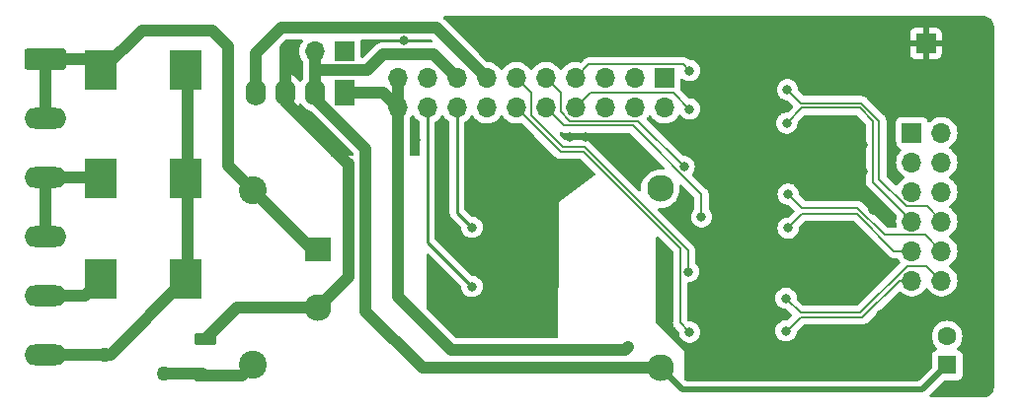
<source format=gtl>
G04 #@! TF.GenerationSoftware,KiCad,Pcbnew,7.0.0-da2b9df05c~163~ubuntu22.04.1*
G04 #@! TF.CreationDate,2023-02-25T14:43:59+01:00*
G04 #@! TF.ProjectId,power_board,706f7765-725f-4626-9f61-72642e6b6963,rev?*
G04 #@! TF.SameCoordinates,Original*
G04 #@! TF.FileFunction,Copper,L1,Top*
G04 #@! TF.FilePolarity,Positive*
%FSLAX46Y46*%
G04 Gerber Fmt 4.6, Leading zero omitted, Abs format (unit mm)*
G04 Created by KiCad (PCBNEW 7.0.0-da2b9df05c~163~ubuntu22.04.1) date 2023-02-25 14:43:59*
%MOMM*%
%LPD*%
G01*
G04 APERTURE LIST*
G04 Aperture macros list*
%AMRoundRect*
0 Rectangle with rounded corners*
0 $1 Rounding radius*
0 $2 $3 $4 $5 $6 $7 $8 $9 X,Y pos of 4 corners*
0 Add a 4 corners polygon primitive as box body*
4,1,4,$2,$3,$4,$5,$6,$7,$8,$9,$2,$3,0*
0 Add four circle primitives for the rounded corners*
1,1,$1+$1,$2,$3*
1,1,$1+$1,$4,$5*
1,1,$1+$1,$6,$7*
1,1,$1+$1,$8,$9*
0 Add four rect primitives between the rounded corners*
20,1,$1+$1,$2,$3,$4,$5,0*
20,1,$1+$1,$4,$5,$6,$7,0*
20,1,$1+$1,$6,$7,$8,$9,0*
20,1,$1+$1,$8,$9,$2,$3,0*%
G04 Aperture macros list end*
G04 #@! TA.AperFunction,ComponentPad*
%ADD10R,1.700000X1.700000*%
G04 #@! TD*
G04 #@! TA.AperFunction,ComponentPad*
%ADD11O,1.700000X1.700000*%
G04 #@! TD*
G04 #@! TA.AperFunction,SMDPad,CuDef*
%ADD12R,2.800000X3.500000*%
G04 #@! TD*
G04 #@! TA.AperFunction,SMDPad,CuDef*
%ADD13RoundRect,0.250000X0.700000X-0.275000X0.700000X0.275000X-0.700000X0.275000X-0.700000X-0.275000X0*%
G04 #@! TD*
G04 #@! TA.AperFunction,ComponentPad*
%ADD14R,1.600000X1.600000*%
G04 #@! TD*
G04 #@! TA.AperFunction,ComponentPad*
%ADD15C,1.600000*%
G04 #@! TD*
G04 #@! TA.AperFunction,ComponentPad*
%ADD16R,1.750000X2.250000*%
G04 #@! TD*
G04 #@! TA.AperFunction,ComponentPad*
%ADD17O,1.750000X2.250000*%
G04 #@! TD*
G04 #@! TA.AperFunction,ComponentPad*
%ADD18C,1.270000*%
G04 #@! TD*
G04 #@! TA.AperFunction,ComponentPad*
%ADD19C,2.400000*%
G04 #@! TD*
G04 #@! TA.AperFunction,ComponentPad*
%ADD20RoundRect,0.250000X-1.550000X0.650000X-1.550000X-0.650000X1.550000X-0.650000X1.550000X0.650000X0*%
G04 #@! TD*
G04 #@! TA.AperFunction,ComponentPad*
%ADD21O,3.600000X1.800000*%
G04 #@! TD*
G04 #@! TA.AperFunction,ComponentPad*
%ADD22R,2.300000X2.000000*%
G04 #@! TD*
G04 #@! TA.AperFunction,ComponentPad*
%ADD23C,2.300000*%
G04 #@! TD*
G04 #@! TA.AperFunction,ViaPad*
%ADD24C,0.800000*%
G04 #@! TD*
G04 #@! TA.AperFunction,ViaPad*
%ADD25C,1.000000*%
G04 #@! TD*
G04 #@! TA.AperFunction,Conductor*
%ADD26C,1.000000*%
G04 #@! TD*
G04 #@! TA.AperFunction,Conductor*
%ADD27C,0.500000*%
G04 #@! TD*
G04 #@! TA.AperFunction,Conductor*
%ADD28C,0.200000*%
G04 #@! TD*
G04 #@! TA.AperFunction,Conductor*
%ADD29C,0.250000*%
G04 #@! TD*
G04 APERTURE END LIST*
D10*
G04 #@! TO.P,J9,1,Pin_1*
G04 #@! TO.N,Board_0-/PowerBoard/I1N_0*
X165190999Y-88945999D03*
D11*
G04 #@! TO.P,J9,2,Pin_2*
G04 #@! TO.N,Board_0-/PowerBoard/I1P_0*
X165190999Y-91485999D03*
G04 #@! TO.P,J9,3,Pin_3*
G04 #@! TO.N,Board_0-/PowerBoard/I2N_0*
X162650999Y-88945999D03*
G04 #@! TO.P,J9,4,Pin_4*
G04 #@! TO.N,Board_0-/PowerBoard/I2P_0*
X162650999Y-91485999D03*
G04 #@! TO.P,J9,5,Pin_5*
G04 #@! TO.N,Board_0-/PowerBoard/I3N_0*
X160110999Y-88945999D03*
G04 #@! TO.P,J9,6,Pin_6*
G04 #@! TO.N,Board_0-/PowerBoard/I3P_0*
X160110999Y-91485999D03*
G04 #@! TO.P,J9,7,Pin_7*
G04 #@! TO.N,Board_0-/PowerBoard/I1N_1*
X157570999Y-88945999D03*
G04 #@! TO.P,J9,8,Pin_8*
G04 #@! TO.N,Board_0-/PowerBoard/I1P_1*
X157570999Y-91485999D03*
G04 #@! TO.P,J9,9,Pin_9*
G04 #@! TO.N,Board_0-/PowerBoard/I2N_1*
X155030999Y-88945999D03*
G04 #@! TO.P,J9,10,Pin_10*
G04 #@! TO.N,Board_0-/PowerBoard/I2P_1*
X155030999Y-91485999D03*
G04 #@! TO.P,J9,11,Pin_11*
G04 #@! TO.N,Board_0-/PowerBoard/I3N_1*
X152490999Y-88945999D03*
G04 #@! TO.P,J9,12,Pin_12*
G04 #@! TO.N,Board_0-/PowerBoard/I3P_1*
X152490999Y-91485999D03*
G04 #@! TO.P,J9,13,Pin_13*
G04 #@! TO.N,Board_0-+3.3VADC*
X149950999Y-88945999D03*
G04 #@! TO.P,J9,14,Pin_14*
G04 #@! TO.N,Board_0-/PowerBoard/U1_S*
X149950999Y-91485999D03*
G04 #@! TO.P,J9,15,Pin_15*
G04 #@! TO.N,Board_0-+3V3*
X147410999Y-88945999D03*
G04 #@! TO.P,J9,16,Pin_16*
G04 #@! TO.N,Board_0-/PowerBoard/U2_S*
X147410999Y-91485999D03*
G04 #@! TO.P,J9,17,Pin_17*
G04 #@! TO.N,Board_0-GNDREF*
X144870999Y-88945999D03*
G04 #@! TO.P,J9,18,Pin_18*
G04 #@! TO.N,Board_0-/PowerBoard/U3_S*
X144870999Y-91485999D03*
G04 #@! TO.P,J9,19,Pin_19*
G04 #@! TO.N,Board_0-GND*
X142330999Y-88945999D03*
G04 #@! TO.P,J9,20,Pin_20*
X142330999Y-91485999D03*
G04 #@! TD*
D12*
G04 #@! TO.P,RV2,1*
G04 #@! TO.N,Board_0-/PowerBoard/UN*
X124167999Y-97574999D03*
G04 #@! TO.P,RV2,2*
G04 #@! TO.N,Board_0-/PowerBoard/U2*
X116867999Y-97574999D03*
G04 #@! TD*
G04 #@! TO.P,RV3,1*
G04 #@! TO.N,Board_0-/PowerBoard/UN*
X124167999Y-106210999D03*
G04 #@! TO.P,RV3,2*
G04 #@! TO.N,Board_0-/PowerBoard/U3*
X116867999Y-106210999D03*
G04 #@! TD*
G04 #@! TO.P,RV1,1*
G04 #@! TO.N,Board_0-/PowerBoard/UN*
X124167999Y-88303999D03*
G04 #@! TO.P,RV1,2*
G04 #@! TO.N,Board_0-/PowerBoard/U1*
X116867999Y-88303999D03*
G04 #@! TD*
D10*
G04 #@! TO.P,J3,1,Pin_1*
G04 #@! TO.N,Board_0-GNDREF*
X187598799Y-85979199D03*
G04 #@! TD*
D13*
G04 #@! TO.P,L1,1,1*
G04 #@! TO.N,Board_0-/PowerBoard/UN_{in1}*
X125826000Y-114529000D03*
G04 #@! TO.P,L1,2,2*
G04 #@! TO.N,Board_0-GNDREF*
X125826000Y-111379000D03*
G04 #@! TD*
D10*
G04 #@! TO.P,J1,1,Pin_1*
G04 #@! TO.N,Board_0-GND*
X137794999Y-86652999D03*
D11*
G04 #@! TO.P,J1,2,Pin_2*
G04 #@! TO.N,Board_0-+3V3*
X135254999Y-86652999D03*
G04 #@! TD*
D10*
G04 #@! TO.P,J4,1,Pin_1*
G04 #@! TO.N,Board_0-/PowerBoard/IA0+*
X186404999Y-93649999D03*
D11*
G04 #@! TO.P,J4,2,Pin_2*
G04 #@! TO.N,Board_0-/PowerBoard/IA0-*
X188944999Y-93649999D03*
G04 #@! TO.P,J4,3,Pin_3*
G04 #@! TO.N,Board_0-/PowerBoard/IB0+*
X186404999Y-96189999D03*
G04 #@! TO.P,J4,4,Pin_4*
G04 #@! TO.N,Board_0-/PowerBoard/IB0-*
X188944999Y-96189999D03*
G04 #@! TO.P,J4,5,Pin_5*
G04 #@! TO.N,Board_0-/PowerBoard/IC0+*
X186404999Y-98729999D03*
G04 #@! TO.P,J4,6,Pin_6*
G04 #@! TO.N,Board_0-/PowerBoard/IC0-*
X188944999Y-98729999D03*
G04 #@! TO.P,J4,7,Pin_7*
G04 #@! TO.N,Board_0-/PowerBoard/IA1+*
X186404999Y-101269999D03*
G04 #@! TO.P,J4,8,Pin_8*
G04 #@! TO.N,Board_0-/PowerBoard/IA1-*
X188944999Y-101269999D03*
G04 #@! TO.P,J4,9,Pin_9*
G04 #@! TO.N,Board_0-/PowerBoard/IB1+*
X186404999Y-103809999D03*
G04 #@! TO.P,J4,10,Pin_10*
G04 #@! TO.N,Board_0-/PowerBoard/IB1-*
X188944999Y-103809999D03*
G04 #@! TO.P,J4,11,Pin_11*
G04 #@! TO.N,Board_0-/PowerBoard/IC1+*
X186404999Y-106349999D03*
G04 #@! TO.P,J4,12,Pin_12*
G04 #@! TO.N,Board_0-/PowerBoard/IC1-*
X188944999Y-106349999D03*
G04 #@! TD*
D14*
G04 #@! TO.P,C6,1*
G04 #@! TO.N,Board_0-+3V3*
X189427599Y-113614399D03*
D15*
G04 #@! TO.P,C6,2*
G04 #@! TO.N,Board_0-GND*
X189427600Y-111114400D03*
G04 #@! TD*
D16*
G04 #@! TO.P,PS2,1,-Vin*
G04 #@! TO.N,Board_0-GND*
X137789999Y-90208999D03*
D17*
G04 #@! TO.P,PS2,2,+Vin*
G04 #@! TO.N,Board_0-+3V3*
X135249999Y-90208999D03*
G04 #@! TO.P,PS2,3,-Vout*
G04 #@! TO.N,Board_0-GNDREF*
X132709999Y-90208999D03*
G04 #@! TO.P,PS2,4,+Vout*
G04 #@! TO.N,Board_0-+3.3VADC*
X130169999Y-90208999D03*
G04 #@! TD*
D18*
G04 #@! TO.P,F1,1*
G04 #@! TO.N,Board_0-/PowerBoard/UN*
X117190000Y-112700000D03*
G04 #@! TO.P,F1,2*
G04 #@! TO.N,Board_0-/PowerBoard/UN_{in1}*
X122290000Y-114300000D03*
G04 #@! TD*
D19*
G04 #@! TO.P,C1,1*
G04 #@! TO.N,Board_0-/PowerBoard/U1*
X129916000Y-98584000D03*
G04 #@! TO.P,C1,2*
G04 #@! TO.N,Board_0-/PowerBoard/UN_{in1}*
X129916000Y-113584000D03*
G04 #@! TD*
D20*
G04 #@! TO.P,J2,1,Pin_1*
G04 #@! TO.N,Board_0-/PowerBoard/U1*
X112110000Y-87300000D03*
D21*
G04 #@! TO.P,J2,2,Pin_2*
X112109999Y-92379999D03*
G04 #@! TO.P,J2,3,Pin_3*
G04 #@! TO.N,Board_0-/PowerBoard/U2*
X112109999Y-97459999D03*
G04 #@! TO.P,J2,4,Pin_4*
X112109999Y-102539999D03*
G04 #@! TO.P,J2,5,Pin_5*
G04 #@! TO.N,Board_0-/PowerBoard/U3*
X112109999Y-107619999D03*
G04 #@! TO.P,J2,6,Pin_6*
G04 #@! TO.N,Board_0-/PowerBoard/UN*
X112109999Y-112699999D03*
G04 #@! TD*
D22*
G04 #@! TO.P,PS1,1,AC/L*
G04 #@! TO.N,Board_0-/PowerBoard/U1*
X135440999Y-103663999D03*
D23*
G04 #@! TO.P,PS1,2,AC/N*
G04 #@! TO.N,Board_0-GNDREF*
X135441000Y-108664000D03*
G04 #@! TO.P,PS1,3,-Vout*
G04 #@! TO.N,Board_0-GND*
X164841000Y-98464000D03*
G04 #@! TO.P,PS1,4,+Vout*
G04 #@! TO.N,Board_0-+3V3*
X164841000Y-113864000D03*
G04 #@! TD*
D24*
G04 #@! TO.N,Board_0-/PowerBoard/I1N_1*
X167355000Y-88316000D03*
G04 #@! TO.N,Board_0-/PowerBoard/I1P_1*
X167355000Y-91618000D03*
G04 #@! TO.N,Board_0-/PowerBoard/I2N_1*
X166880669Y-96562752D03*
G04 #@! TO.N,Board_0-/PowerBoard/I2P_1*
X168371000Y-100889000D03*
G04 #@! TO.N,Board_0-/PowerBoard/I3N_1*
X167228000Y-105588000D03*
G04 #@! TO.N,Board_0-/PowerBoard/I3P_1*
X167355000Y-110795000D03*
G04 #@! TO.N,Board_0-/PowerBoard/IA1+*
X175673500Y-92824500D03*
G04 #@! TO.N,Board_0-/PowerBoard/IA1-*
X175737000Y-89967000D03*
G04 #@! TO.N,Board_0-/PowerBoard/IB1+*
X175800500Y-101841500D03*
G04 #@! TO.N,Board_0-/PowerBoard/IB1-*
X175800500Y-98920500D03*
G04 #@! TO.N,Board_0-/PowerBoard/IC1+*
X175610000Y-110668000D03*
G04 #@! TO.N,Board_0-/PowerBoard/IC1-*
X175610000Y-107874000D03*
G04 #@! TO.N,Board_0-/PowerBoard/U2_S*
X148686000Y-101778000D03*
G04 #@! TO.N,Board_0-/PowerBoard/U3_S*
X148686000Y-106858000D03*
D25*
G04 #@! TO.N,Board_0-GND*
X162047000Y-112053000D03*
D24*
G04 #@! TO.N,Board_0-GNDREF*
X174594000Y-97206000D03*
X154020000Y-106858000D03*
X176041800Y-114071600D03*
X182849000Y-104826000D03*
X179293000Y-104826000D03*
X170022000Y-84633000D03*
X150464000Y-106096000D03*
X175610000Y-91364000D03*
X172943000Y-91491000D03*
X191799000Y-96173000D03*
X155544000Y-98476000D03*
X155544000Y-108509000D03*
X174594000Y-88189000D03*
X169514000Y-91491000D03*
X161031000Y-94908000D03*
X171165000Y-91491000D03*
X146273000Y-106096000D03*
X136901000Y-95035000D03*
X155544000Y-103302000D03*
X146146000Y-94158000D03*
X182214000Y-94666000D03*
X167990000Y-109271000D03*
X166847000Y-94158000D03*
X172181000Y-100381000D03*
X173628800Y-114071600D03*
X180944000Y-104826000D03*
X177261000Y-84633000D03*
X170149000Y-109271000D03*
X174594000Y-106096000D03*
X133770500Y-92069500D03*
X174594000Y-103429000D03*
X186659000Y-88443000D03*
X180944000Y-95809000D03*
X178454800Y-114071600D03*
X150464000Y-100889000D03*
X173324000Y-88189000D03*
X150718000Y-109779000D03*
X165349000Y-105830000D03*
X180867800Y-114071600D03*
X173324000Y-97206000D03*
X183103000Y-100254000D03*
X183738000Y-109271000D03*
X184754000Y-91491000D03*
X158465000Y-94031000D03*
X152496000Y-101778000D03*
X167609000Y-84633000D03*
X164621000Y-84616000D03*
X146146000Y-96190000D03*
X132710000Y-87923000D03*
X175483000Y-109271000D03*
X155544000Y-100254000D03*
X188564000Y-90094000D03*
X152496000Y-106858000D03*
X146273000Y-100889000D03*
X154969000Y-84616000D03*
X184687000Y-94522000D03*
X186125600Y-110058400D03*
X184500000Y-87046000D03*
X184881000Y-112192000D03*
X142870000Y-85764000D03*
X171215800Y-114071600D03*
X191799000Y-93760000D03*
X165857000Y-100496000D03*
X182849000Y-103429000D03*
X132710000Y-86653000D03*
X182214000Y-88062000D03*
X155544000Y-105207000D03*
X143886000Y-94273000D03*
X173324000Y-103429000D03*
X152496000Y-96444000D03*
X173324000Y-94539000D03*
X153258000Y-94412000D03*
X172435000Y-84633000D03*
X191799000Y-98586000D03*
X166085000Y-93396000D03*
X135631000Y-93892000D03*
X179674000Y-84633000D03*
X154020000Y-101778000D03*
X169768000Y-100381000D03*
X191799000Y-100999000D03*
X157068000Y-94031000D03*
X162208000Y-84616000D03*
X174594000Y-94539000D03*
X191799000Y-103412000D03*
X172562000Y-109271000D03*
X157475000Y-96940000D03*
X174848000Y-84633000D03*
X155544000Y-109779000D03*
X173324000Y-106096000D03*
X148686000Y-94285000D03*
X182722000Y-113843000D03*
X175610000Y-100381000D03*
X182087000Y-85649000D03*
X159795000Y-84616000D03*
X187395600Y-108534400D03*
X182849000Y-106096000D03*
X169540000Y-114085000D03*
X179166000Y-95809000D03*
X191799000Y-105825000D03*
X151353000Y-94285000D03*
X157382000Y-84616000D03*
X182214000Y-96952000D03*
X152556000Y-84616000D03*
X154020000Y-96444000D03*
G04 #@! TD*
D26*
G04 #@! TO.N,Board_0-+3.3VADC*
X132315000Y-84621000D02*
X130144000Y-86792000D01*
X149951000Y-88946000D02*
X145626000Y-84621000D01*
X145626000Y-84621000D02*
X132315000Y-84621000D01*
X130144000Y-86792000D02*
X130144000Y-90183000D01*
X130144000Y-90183000D02*
X130170000Y-90209000D01*
G04 #@! TO.N,Board_0-+3V3*
X139568000Y-95035000D02*
X135224000Y-90691000D01*
X135250000Y-86658000D02*
X135255000Y-86653000D01*
D27*
X164841000Y-113864000D02*
X166713000Y-115736000D01*
X166713000Y-115736000D02*
X187306000Y-115736000D01*
D26*
X135250000Y-90209000D02*
X135250000Y-86658000D01*
X164841000Y-113864000D02*
X144427000Y-113864000D01*
X144427000Y-113864000D02*
X139568000Y-109005000D01*
X139695000Y-88304000D02*
X141092000Y-86907000D01*
X135530000Y-88304000D02*
X139695000Y-88304000D01*
X135250000Y-90209000D02*
X135250000Y-88584000D01*
X135250000Y-88584000D02*
X135530000Y-88304000D01*
D27*
X187306000Y-115736000D02*
X189427600Y-113614400D01*
D26*
X139568000Y-109005000D02*
X139568000Y-95035000D01*
X145372000Y-86907000D02*
X147411000Y-88946000D01*
X141092000Y-86907000D02*
X145372000Y-86907000D01*
D28*
G04 #@! TO.N,Board_0-/PowerBoard/I1N_1*
X167355000Y-88316000D02*
X166835000Y-87796000D01*
X166835000Y-87796000D02*
X158721000Y-87796000D01*
X158721000Y-87796000D02*
X157571000Y-88946000D01*
G04 #@! TO.N,Board_0-/PowerBoard/I1P_1*
X158836000Y-90221000D02*
X157571000Y-91486000D01*
X165958000Y-90221000D02*
X158836000Y-90221000D01*
X167355000Y-91618000D02*
X165958000Y-90221000D01*
G04 #@! TO.N,Board_0-/PowerBoard/I2N_1*
X166876752Y-96562752D02*
X162950000Y-92636000D01*
X162950000Y-92636000D02*
X157094654Y-92636000D01*
X157094654Y-92636000D02*
X156306000Y-91847346D01*
X166880669Y-96562752D02*
X166876752Y-96562752D01*
X156306000Y-90221000D02*
X155031000Y-88946000D01*
X156306000Y-91847346D02*
X156306000Y-90221000D01*
G04 #@! TO.N,Board_0-/PowerBoard/I2P_1*
X168371000Y-100889000D02*
X168371000Y-98946000D01*
X156581000Y-93036000D02*
X155031000Y-91486000D01*
X168371000Y-98946000D02*
X162461000Y-93036000D01*
X162461000Y-93036000D02*
X156581000Y-93036000D01*
G04 #@! TO.N,Board_0-/PowerBoard/I3N_1*
X167228000Y-105588000D02*
X167228000Y-103772000D01*
X167228000Y-103772000D02*
X158357000Y-94901000D01*
X153766000Y-90221000D02*
X152491000Y-88946000D01*
X156471686Y-94901000D02*
X153766000Y-92195314D01*
X158357000Y-94901000D02*
X156471686Y-94901000D01*
X153766000Y-92195314D02*
X153766000Y-90221000D01*
G04 #@! TO.N,Board_0-/PowerBoard/I3P_1*
X156306000Y-95301000D02*
X152491000Y-91486000D01*
X166528000Y-103580000D02*
X158249000Y-95301000D01*
X166528000Y-109968000D02*
X166528000Y-103580000D01*
X167355000Y-110795000D02*
X166528000Y-109968000D01*
X158249000Y-95301000D02*
X156306000Y-95301000D01*
G04 #@! TO.N,Board_0-/PowerBoard/IA1+*
X186405000Y-101193000D02*
X186405000Y-101270000D01*
X176988000Y-91510000D02*
X181921314Y-91510000D01*
X183103000Y-92691686D02*
X183103000Y-97891000D01*
X175673500Y-92824500D02*
X176988000Y-91510000D01*
X181921314Y-91510000D02*
X183103000Y-92691686D01*
X183103000Y-97891000D02*
X186405000Y-101193000D01*
G04 #@! TO.N,Board_0-/PowerBoard/IA1-*
X187735000Y-99983000D02*
X188945000Y-101193000D01*
X182087000Y-91110000D02*
X183611000Y-92634000D01*
X183611000Y-97637000D02*
X185957000Y-99983000D01*
X188945000Y-101193000D02*
X188945000Y-101270000D01*
X176880000Y-91110000D02*
X182087000Y-91110000D01*
X175737000Y-89967000D02*
X176880000Y-91110000D01*
X185957000Y-99983000D02*
X187735000Y-99983000D01*
X183611000Y-92634000D02*
X183611000Y-97637000D01*
G04 #@! TO.N,Board_0-/PowerBoard/IB1+*
X175800500Y-101841500D02*
X177007000Y-100635000D01*
X177007000Y-100635000D02*
X181706000Y-100635000D01*
X181706000Y-100635000D02*
X184881000Y-103810000D01*
X184881000Y-103810000D02*
X186405000Y-103810000D01*
G04 #@! TO.N,Board_0-/PowerBoard/IB1-*
X175800500Y-98920500D02*
X176988000Y-100108000D01*
X181744686Y-100108000D02*
X184056686Y-102420000D01*
X187555000Y-102420000D02*
X188945000Y-103810000D01*
X184056686Y-102420000D02*
X187555000Y-102420000D01*
X176988000Y-100108000D02*
X181744686Y-100108000D01*
G04 #@! TO.N,Board_0-/PowerBoard/IC1+*
X185344340Y-106350000D02*
X186405000Y-106350000D01*
X182169340Y-109525000D02*
X185344340Y-106350000D01*
X175737000Y-110668000D02*
X176880000Y-109525000D01*
X176880000Y-109525000D02*
X182169340Y-109525000D01*
X175610000Y-110668000D02*
X175737000Y-110668000D01*
G04 #@! TO.N,Board_0-/PowerBoard/IC1-*
X176861000Y-109125000D02*
X182003654Y-109125000D01*
X175610000Y-107874000D02*
X176861000Y-109125000D01*
X186048654Y-105080000D02*
X187675000Y-105080000D01*
X182003654Y-109125000D02*
X186048654Y-105080000D01*
X187675000Y-105080000D02*
X188945000Y-106350000D01*
D26*
G04 #@! TO.N,Board_0-/PowerBoard/U1*
X112110000Y-87300000D02*
X115864000Y-87300000D01*
X129916000Y-98584000D02*
X127769000Y-96437000D01*
X115864000Y-87300000D02*
X116868000Y-88304000D01*
X134996000Y-103664000D02*
X129916000Y-98584000D01*
X135441000Y-103664000D02*
X134996000Y-103664000D01*
X112110000Y-87300000D02*
X112110000Y-92380000D01*
X127769000Y-86260000D02*
X126384000Y-84875000D01*
X120403000Y-84875000D02*
X116974000Y-88304000D01*
X116974000Y-88304000D02*
X116868000Y-88304000D01*
X126384000Y-84875000D02*
X120403000Y-84875000D01*
X127769000Y-96437000D02*
X127769000Y-86260000D01*
G04 #@! TO.N,Board_0-/PowerBoard/U2*
X112110000Y-97460000D02*
X112110000Y-102540000D01*
X112110000Y-97460000D02*
X116753000Y-97460000D01*
X116753000Y-97460000D02*
X116868000Y-97575000D01*
D29*
G04 #@! TO.N,Board_0-/PowerBoard/U2_S*
X148686000Y-101778000D02*
X147411000Y-100503000D01*
X147411000Y-100503000D02*
X147411000Y-91486000D01*
D26*
G04 #@! TO.N,Board_0-/PowerBoard/U3*
X112110000Y-107620000D02*
X115459000Y-107620000D01*
X115459000Y-107620000D02*
X116868000Y-106211000D01*
D29*
G04 #@! TO.N,Board_0-/PowerBoard/U3_S*
X148686000Y-106858000D02*
X144871000Y-103043000D01*
X144871000Y-103043000D02*
X144871000Y-91486000D01*
D26*
G04 #@! TO.N,Board_0-/PowerBoard/UN*
X124274000Y-88410000D02*
X124274000Y-97469000D01*
X112110000Y-112700000D02*
X117190000Y-112700000D01*
X124274000Y-97469000D02*
X124168000Y-97575000D01*
X124295000Y-97702000D02*
X124295000Y-106084000D01*
X124168000Y-88304000D02*
X124274000Y-88410000D01*
X124168000Y-106211000D02*
X117679000Y-112700000D01*
X124168000Y-97575000D02*
X124295000Y-97702000D01*
X124295000Y-106084000D02*
X124168000Y-106211000D01*
X117679000Y-112700000D02*
X117190000Y-112700000D01*
G04 #@! TO.N,Board_0-/PowerBoard/UN_{in1}*
X125826000Y-114529000D02*
X128971000Y-114529000D01*
X122290000Y-114300000D02*
X125597000Y-114300000D01*
X125597000Y-114300000D02*
X125826000Y-114529000D01*
X128971000Y-114529000D02*
X129916000Y-113584000D01*
G04 #@! TO.N,Board_0-GND*
X137790000Y-90209000D02*
X141054000Y-90209000D01*
X142331000Y-88946000D02*
X142331000Y-91486000D01*
X161793000Y-112307000D02*
X146934000Y-112307000D01*
X162047000Y-112053000D02*
X161793000Y-112307000D01*
X141054000Y-90209000D02*
X142331000Y-91486000D01*
X146934000Y-112307000D02*
X142331000Y-107704000D01*
X142331000Y-107704000D02*
X142331000Y-91486000D01*
G04 #@! TO.N,Board_0-GNDREF*
X138091000Y-96331000D02*
X138032000Y-96331000D01*
X125826000Y-111379000D02*
X128541000Y-108664000D01*
X135631000Y-93930000D02*
X135631000Y-93892000D01*
D27*
X132713500Y-88599500D02*
X132684000Y-88570000D01*
D26*
X136901000Y-95035000D02*
X136736000Y-95035000D01*
X135631000Y-93892000D02*
X135593000Y-93892000D01*
X132684000Y-88570000D02*
X132684000Y-86792000D01*
X132710000Y-91009000D02*
X132710000Y-90209000D01*
X138091000Y-106014000D02*
X138091000Y-96331000D01*
X135441000Y-108664000D02*
X138091000Y-106014000D01*
X136901000Y-95200000D02*
X136901000Y-95035000D01*
X138032000Y-96331000D02*
X136901000Y-95200000D01*
X132684000Y-90983000D02*
X132713500Y-90953500D01*
X135593000Y-93892000D02*
X132710000Y-91009000D01*
X128541000Y-108664000D02*
X135441000Y-108664000D01*
X136736000Y-95035000D02*
X135631000Y-93930000D01*
X132713500Y-90953500D02*
X132713500Y-88599500D01*
G04 #@! TD*
G04 #@! TA.AperFunction,Conductor*
G04 #@! TO.N,Board_0-GNDREF*
G36*
X146777500Y-100424154D02*
G01*
X146776968Y-100435437D01*
X146775298Y-100442909D01*
X146775543Y-100450705D01*
X146775543Y-100450707D01*
X146777439Y-100511017D01*
X146777500Y-100514913D01*
X146777500Y-100542856D01*
X146777988Y-100546721D01*
X146777989Y-100546732D01*
X146778019Y-100546970D01*
X146778934Y-100558596D01*
X146780081Y-100595096D01*
X146780082Y-100595103D01*
X146780327Y-100602889D01*
X146782500Y-100610370D01*
X146782502Y-100610380D01*
X146786022Y-100622495D01*
X146789967Y-100641542D01*
X146792526Y-100661797D01*
X146795395Y-100669045D01*
X146795398Y-100669054D01*
X146808838Y-100703001D01*
X146812621Y-100714048D01*
X146824982Y-100756593D01*
X146828953Y-100763308D01*
X146828954Y-100763310D01*
X146835375Y-100774168D01*
X146843930Y-100791631D01*
X146851448Y-100810617D01*
X146856030Y-100816924D01*
X146856031Y-100816925D01*
X146877491Y-100846462D01*
X146883905Y-100856227D01*
X146891755Y-100869500D01*
X146906458Y-100894362D01*
X146911976Y-100899879D01*
X146911976Y-100899880D01*
X146920889Y-100908793D01*
X146933525Y-100923588D01*
X146940938Y-100933791D01*
X146940943Y-100933796D01*
X146945528Y-100940107D01*
X146979667Y-100968349D01*
X146988308Y-100976212D01*
X147739378Y-101727282D01*
X147763617Y-101761579D01*
X147775018Y-101802001D01*
X147789955Y-101944121D01*
X147792458Y-101967928D01*
X147794463Y-101974100D01*
X147794465Y-101974107D01*
X147849465Y-102143377D01*
X147851473Y-102149556D01*
X147946960Y-102314944D01*
X148074747Y-102456866D01*
X148079997Y-102460680D01*
X148080000Y-102460683D01*
X148222863Y-102564479D01*
X148229248Y-102569118D01*
X148403712Y-102646794D01*
X148410070Y-102648145D01*
X148410072Y-102648146D01*
X148446874Y-102655968D01*
X148590513Y-102686500D01*
X148774984Y-102686500D01*
X148781487Y-102686500D01*
X148968288Y-102646794D01*
X149142752Y-102569118D01*
X149297253Y-102456866D01*
X149425040Y-102314944D01*
X149520527Y-102149556D01*
X149579542Y-101967928D01*
X149599504Y-101778000D01*
X149579542Y-101588072D01*
X149520527Y-101406444D01*
X149425040Y-101241056D01*
X149297253Y-101099134D01*
X149292003Y-101095319D01*
X149291999Y-101095316D01*
X149148006Y-100990699D01*
X149148004Y-100990697D01*
X149142752Y-100986882D01*
X149136821Y-100984241D01*
X149136817Y-100984239D01*
X148974226Y-100911849D01*
X148974219Y-100911846D01*
X148968288Y-100909206D01*
X148961935Y-100907855D01*
X148961927Y-100907853D01*
X148787849Y-100870852D01*
X148787846Y-100870851D01*
X148781487Y-100869500D01*
X148774984Y-100869500D01*
X148724767Y-100869500D01*
X148677314Y-100860061D01*
X148637086Y-100833181D01*
X148080819Y-100276914D01*
X148053939Y-100236686D01*
X148044500Y-100189233D01*
X148044500Y-93904000D01*
X154048451Y-93904000D01*
X155841778Y-95697327D01*
X155852472Y-95709521D01*
X155872013Y-95734987D01*
X155878455Y-95739930D01*
X155878459Y-95739934D01*
X155903919Y-95759470D01*
X155903929Y-95759478D01*
X155999124Y-95832524D01*
X156073136Y-95863181D01*
X156139640Y-95890728D01*
X156139642Y-95890728D01*
X156147149Y-95893838D01*
X156164667Y-95896144D01*
X156138088Y-99590728D01*
X156138088Y-99590729D01*
X156137983Y-99605267D01*
X156137983Y-99605269D01*
X156114878Y-102816914D01*
X156054745Y-111175394D01*
X156037838Y-111237014D01*
X155992491Y-111282036D01*
X155930749Y-111298500D01*
X147403096Y-111298500D01*
X147355643Y-111289061D01*
X147315415Y-111262181D01*
X144806126Y-108752892D01*
X144779076Y-108712251D01*
X144769810Y-108664322D01*
X144802154Y-104168522D01*
X144815992Y-104112487D01*
X144853699Y-104068785D01*
X144907106Y-104046888D01*
X144964639Y-104051541D01*
X145013832Y-104081736D01*
X147739378Y-106807283D01*
X147763617Y-106841580D01*
X147775018Y-106882002D01*
X147782780Y-106955848D01*
X147792458Y-107047928D01*
X147794463Y-107054100D01*
X147794465Y-107054107D01*
X147822698Y-107140997D01*
X147851473Y-107229556D01*
X147946960Y-107394944D01*
X148074747Y-107536866D01*
X148079997Y-107540680D01*
X148080000Y-107540683D01*
X148222863Y-107644479D01*
X148229248Y-107649118D01*
X148235181Y-107651759D01*
X148235182Y-107651760D01*
X148352515Y-107704000D01*
X148403712Y-107726794D01*
X148410070Y-107728145D01*
X148410072Y-107728146D01*
X148446874Y-107735968D01*
X148590513Y-107766500D01*
X148774984Y-107766500D01*
X148781487Y-107766500D01*
X148968288Y-107726794D01*
X149142752Y-107649118D01*
X149297253Y-107536866D01*
X149425040Y-107394944D01*
X149520527Y-107229556D01*
X149579542Y-107047928D01*
X149599504Y-106858000D01*
X149579542Y-106668072D01*
X149520527Y-106486444D01*
X149425040Y-106321056D01*
X149297253Y-106179134D01*
X149292003Y-106175319D01*
X149291999Y-106175316D01*
X149148006Y-106070699D01*
X149148004Y-106070697D01*
X149142752Y-106066882D01*
X149136821Y-106064241D01*
X149136817Y-106064239D01*
X148974226Y-105991849D01*
X148974219Y-105991846D01*
X148968288Y-105989206D01*
X148961935Y-105987855D01*
X148961927Y-105987853D01*
X148787849Y-105950852D01*
X148787846Y-105950851D01*
X148781487Y-105949500D01*
X148774984Y-105949500D01*
X148724766Y-105949500D01*
X148677313Y-105940061D01*
X148637085Y-105913181D01*
X145540819Y-102816914D01*
X145513939Y-102776686D01*
X145504500Y-102729233D01*
X145504500Y-93904000D01*
X146777500Y-93904000D01*
X146777500Y-100424154D01*
G37*
G04 #@! TD.AperFunction*
G04 #@! TD*
G04 #@! TA.AperFunction,Conductor*
G04 #@! TO.N,Board_0-GNDREF*
G36*
X192693970Y-83621140D02*
G01*
X192748060Y-83635482D01*
X192751699Y-83636510D01*
X192834579Y-83661386D01*
X192850826Y-83667535D01*
X192913126Y-83696255D01*
X192919095Y-83699205D01*
X192991382Y-83737388D01*
X193003953Y-83745016D01*
X193031262Y-83763890D01*
X193061721Y-83784942D01*
X193069223Y-83790557D01*
X193131631Y-83841060D01*
X193140616Y-83849084D01*
X193190968Y-83898650D01*
X193199130Y-83907506D01*
X193232323Y-83947230D01*
X193250605Y-83969108D01*
X193256339Y-83976522D01*
X193297166Y-84033653D01*
X193304998Y-84046115D01*
X193344322Y-84117808D01*
X193347353Y-84123708D01*
X193377044Y-84185535D01*
X193383455Y-84201702D01*
X193409590Y-84284051D01*
X193410742Y-84287898D01*
X193428075Y-84349347D01*
X193431942Y-84369036D01*
X193444544Y-84480148D01*
X193444688Y-84481478D01*
X193448854Y-84522121D01*
X193449500Y-84534765D01*
X193449500Y-115451659D01*
X193449037Y-115462365D01*
X193445550Y-115502603D01*
X193445429Y-115503920D01*
X193434461Y-115616505D01*
X193430903Y-115636263D01*
X193414551Y-115697933D01*
X193413459Y-115701799D01*
X193388617Y-115784565D01*
X193382461Y-115800832D01*
X193353751Y-115863109D01*
X193350785Y-115869110D01*
X193312616Y-115941371D01*
X193304979Y-115953958D01*
X193265056Y-116011721D01*
X193259441Y-116019223D01*
X193208938Y-116081631D01*
X193200914Y-116090616D01*
X193151348Y-116140968D01*
X193142490Y-116149132D01*
X193080890Y-116200605D01*
X193073476Y-116206339D01*
X193016345Y-116247166D01*
X193003883Y-116254998D01*
X192932219Y-116294307D01*
X192926262Y-116297368D01*
X192864463Y-116327044D01*
X192848295Y-116333455D01*
X192765947Y-116359589D01*
X192762101Y-116360741D01*
X192701059Y-116377959D01*
X192667340Y-116382616D01*
X188033456Y-116380529D01*
X187977177Y-116366994D01*
X187933174Y-116329387D01*
X187911035Y-116275905D01*
X187915584Y-116218200D01*
X187945829Y-116168850D01*
X189155461Y-114959219D01*
X189195690Y-114932339D01*
X189243143Y-114922900D01*
X190272928Y-114922900D01*
X190276238Y-114922900D01*
X190336801Y-114916389D01*
X190473804Y-114865289D01*
X190590861Y-114777661D01*
X190678489Y-114660604D01*
X190729589Y-114523601D01*
X190736100Y-114463038D01*
X190736100Y-112765762D01*
X190729589Y-112705199D01*
X190678489Y-112568196D01*
X190590861Y-112451139D01*
X190473804Y-112363511D01*
X190465496Y-112360412D01*
X190465494Y-112360411D01*
X190336801Y-112312411D01*
X190337248Y-112311212D01*
X190287549Y-112284215D01*
X190253971Y-112228471D01*
X190253246Y-112163399D01*
X190285572Y-112106925D01*
X190433798Y-111958700D01*
X190565123Y-111771149D01*
X190661884Y-111563643D01*
X190721143Y-111342487D01*
X190741098Y-111114400D01*
X190721143Y-110886313D01*
X190672936Y-110706405D01*
X190663283Y-110670378D01*
X190663282Y-110670377D01*
X190661884Y-110665157D01*
X190565123Y-110457651D01*
X190456570Y-110302622D01*
X190436903Y-110274534D01*
X190436901Y-110274532D01*
X190433798Y-110270100D01*
X190271900Y-110108202D01*
X190267469Y-110105099D01*
X190267465Y-110105096D01*
X190088786Y-109979984D01*
X190088787Y-109979984D01*
X190084349Y-109976877D01*
X189979789Y-109928120D01*
X189881746Y-109882402D01*
X189881743Y-109882400D01*
X189876843Y-109880116D01*
X189871628Y-109878718D01*
X189871621Y-109878716D01*
X189660919Y-109822258D01*
X189660908Y-109822256D01*
X189655687Y-109820857D01*
X189650295Y-109820385D01*
X189650288Y-109820384D01*
X189432995Y-109801374D01*
X189427600Y-109800902D01*
X189422205Y-109801374D01*
X189204911Y-109820384D01*
X189204902Y-109820385D01*
X189199513Y-109820857D01*
X189194292Y-109822255D01*
X189194280Y-109822258D01*
X188983578Y-109878716D01*
X188983567Y-109878719D01*
X188978357Y-109880116D01*
X188973460Y-109882399D01*
X188973453Y-109882402D01*
X188775765Y-109974585D01*
X188775759Y-109974588D01*
X188770851Y-109976877D01*
X188766417Y-109979981D01*
X188766413Y-109979984D01*
X188587734Y-110105096D01*
X188587724Y-110105103D01*
X188583300Y-110108202D01*
X188579474Y-110112027D01*
X188579468Y-110112033D01*
X188425233Y-110266268D01*
X188425227Y-110266274D01*
X188421402Y-110270100D01*
X188418303Y-110274524D01*
X188418296Y-110274534D01*
X188293184Y-110453213D01*
X188293181Y-110453217D01*
X188290077Y-110457651D01*
X188287788Y-110462559D01*
X188287785Y-110462565D01*
X188195602Y-110660253D01*
X188195599Y-110660260D01*
X188193316Y-110665157D01*
X188191919Y-110670367D01*
X188191916Y-110670378D01*
X188135458Y-110881080D01*
X188135455Y-110881092D01*
X188134057Y-110886313D01*
X188133585Y-110891702D01*
X188133584Y-110891711D01*
X188120650Y-111039556D01*
X188114102Y-111114400D01*
X188114574Y-111119795D01*
X188133584Y-111337088D01*
X188133585Y-111337095D01*
X188134057Y-111342487D01*
X188135456Y-111347708D01*
X188135458Y-111347719D01*
X188191916Y-111558421D01*
X188191918Y-111558428D01*
X188193316Y-111563643D01*
X188195600Y-111568543D01*
X188195602Y-111568546D01*
X188257901Y-111702147D01*
X188290077Y-111771149D01*
X188293184Y-111775586D01*
X188418296Y-111954265D01*
X188418299Y-111954269D01*
X188421402Y-111958700D01*
X188425233Y-111962531D01*
X188569624Y-112106922D01*
X188601952Y-112163398D01*
X188601229Y-112228469D01*
X188567653Y-112284213D01*
X188517952Y-112311212D01*
X188518399Y-112312411D01*
X188389705Y-112360411D01*
X188389699Y-112360413D01*
X188381396Y-112363511D01*
X188374298Y-112368823D01*
X188374295Y-112368826D01*
X188271435Y-112445826D01*
X188271431Y-112445829D01*
X188264339Y-112451139D01*
X188259029Y-112458231D01*
X188259026Y-112458235D01*
X188182026Y-112561095D01*
X188182023Y-112561098D01*
X188176711Y-112568196D01*
X188173613Y-112576499D01*
X188173611Y-112576505D01*
X188128319Y-112697936D01*
X188128317Y-112697943D01*
X188125611Y-112705199D01*
X188124782Y-112712900D01*
X188124782Y-112712905D01*
X188119453Y-112762475D01*
X188119100Y-112765762D01*
X188119100Y-112769072D01*
X188119100Y-113798857D01*
X188109661Y-113846310D01*
X188082781Y-113886538D01*
X187028138Y-114941181D01*
X186987910Y-114968061D01*
X186940457Y-114977500D01*
X167078543Y-114977500D01*
X167031090Y-114968061D01*
X166990862Y-114941181D01*
X166909319Y-114859638D01*
X166882439Y-114819410D01*
X166873000Y-114771957D01*
X166873000Y-112446211D01*
X166873000Y-112434000D01*
X164496319Y-110057319D01*
X164469439Y-110017091D01*
X164460000Y-109969638D01*
X164460000Y-102671911D01*
X164473515Y-102615616D01*
X164511115Y-102571593D01*
X164564602Y-102549438D01*
X164622318Y-102553980D01*
X164671681Y-102584230D01*
X165883181Y-103795730D01*
X165910061Y-103835958D01*
X165919500Y-103883411D01*
X165919500Y-109919996D01*
X165918439Y-109936178D01*
X165914250Y-109968000D01*
X165915311Y-109976060D01*
X165919500Y-110007880D01*
X165919500Y-110007885D01*
X165929850Y-110086500D01*
X165933565Y-110114725D01*
X165935162Y-110126851D01*
X165938269Y-110134352D01*
X165938271Y-110134359D01*
X165987509Y-110253228D01*
X165996476Y-110274876D01*
X166069523Y-110370072D01*
X166069525Y-110370074D01*
X166094013Y-110401987D01*
X166119481Y-110421529D01*
X166131672Y-110432221D01*
X166405856Y-110706405D01*
X166432736Y-110746633D01*
X166441793Y-110792168D01*
X166441496Y-110795000D01*
X166442175Y-110801460D01*
X166460778Y-110978467D01*
X166460779Y-110978475D01*
X166461458Y-110984928D01*
X166463463Y-110991100D01*
X166463465Y-110991107D01*
X166505279Y-111119795D01*
X166520473Y-111166556D01*
X166523720Y-111172180D01*
X166523721Y-111172182D01*
X166539387Y-111199317D01*
X166615960Y-111331944D01*
X166743747Y-111473866D01*
X166748997Y-111477680D01*
X166749000Y-111477683D01*
X166867314Y-111563643D01*
X166898248Y-111586118D01*
X167072712Y-111663794D01*
X167079070Y-111665145D01*
X167079072Y-111665146D01*
X167115874Y-111672968D01*
X167259513Y-111703500D01*
X167443984Y-111703500D01*
X167450487Y-111703500D01*
X167637288Y-111663794D01*
X167811752Y-111586118D01*
X167966253Y-111473866D01*
X168094040Y-111331944D01*
X168189527Y-111166556D01*
X168248542Y-110984928D01*
X168268504Y-110795000D01*
X168255156Y-110668000D01*
X174696496Y-110668000D01*
X174697175Y-110674460D01*
X174715778Y-110851467D01*
X174715779Y-110851475D01*
X174716458Y-110857928D01*
X174718463Y-110864100D01*
X174718465Y-110864107D01*
X174773465Y-111033377D01*
X174775473Y-111039556D01*
X174778720Y-111045180D01*
X174778721Y-111045182D01*
X174848796Y-111166556D01*
X174870960Y-111204944D01*
X174998747Y-111346866D01*
X175003997Y-111350680D01*
X175004000Y-111350683D01*
X175146863Y-111454479D01*
X175153248Y-111459118D01*
X175327712Y-111536794D01*
X175334070Y-111538145D01*
X175334072Y-111538146D01*
X175370874Y-111545968D01*
X175514513Y-111576500D01*
X175698984Y-111576500D01*
X175705487Y-111576500D01*
X175892288Y-111536794D01*
X176066752Y-111459118D01*
X176221253Y-111346866D01*
X176349040Y-111204944D01*
X176444527Y-111039556D01*
X176503542Y-110857928D01*
X176510217Y-110794408D01*
X176521617Y-110753988D01*
X176545854Y-110719693D01*
X177095729Y-110169819D01*
X177135958Y-110142939D01*
X177183411Y-110133500D01*
X182121336Y-110133500D01*
X182137518Y-110134560D01*
X182169340Y-110138750D01*
X182209220Y-110133500D01*
X182209225Y-110133500D01*
X182308796Y-110120391D01*
X182328191Y-110117838D01*
X182476216Y-110056524D01*
X182571412Y-109983477D01*
X182571412Y-109983476D01*
X182571418Y-109983470D01*
X182603327Y-109958987D01*
X182622874Y-109933513D01*
X182633558Y-109921330D01*
X185256276Y-107298611D01*
X185313515Y-107266088D01*
X185379337Y-107267449D01*
X185435181Y-107302308D01*
X185481760Y-107352906D01*
X185485801Y-107356051D01*
X185655376Y-107488039D01*
X185655381Y-107488042D01*
X185659424Y-107491189D01*
X185663931Y-107493628D01*
X185663934Y-107493630D01*
X185680221Y-107502444D01*
X185857426Y-107598342D01*
X186070365Y-107671444D01*
X186292431Y-107708500D01*
X186512436Y-107708500D01*
X186517569Y-107708500D01*
X186739635Y-107671444D01*
X186952574Y-107598342D01*
X187150576Y-107491189D01*
X187328240Y-107352906D01*
X187480722Y-107187268D01*
X187550648Y-107080239D01*
X187571191Y-107048795D01*
X187615982Y-107007561D01*
X187675000Y-106992616D01*
X187734018Y-107007561D01*
X187778809Y-107048795D01*
X187866470Y-107182972D01*
X187866478Y-107182982D01*
X187869278Y-107187268D01*
X187872752Y-107191041D01*
X187872753Y-107191043D01*
X188018288Y-107349135D01*
X188018291Y-107349138D01*
X188021760Y-107352906D01*
X188025801Y-107356051D01*
X188195376Y-107488039D01*
X188195381Y-107488042D01*
X188199424Y-107491189D01*
X188203931Y-107493628D01*
X188203934Y-107493630D01*
X188220221Y-107502444D01*
X188397426Y-107598342D01*
X188610365Y-107671444D01*
X188832431Y-107708500D01*
X189052436Y-107708500D01*
X189057569Y-107708500D01*
X189279635Y-107671444D01*
X189492574Y-107598342D01*
X189690576Y-107491189D01*
X189868240Y-107352906D01*
X190020722Y-107187268D01*
X190143860Y-106998791D01*
X190234296Y-106792616D01*
X190289564Y-106574368D01*
X190308156Y-106350000D01*
X190289564Y-106125632D01*
X190234296Y-105907384D01*
X190143860Y-105701209D01*
X190020722Y-105512732D01*
X189868240Y-105347094D01*
X189855597Y-105337253D01*
X189694623Y-105211960D01*
X189694615Y-105211955D01*
X189690576Y-105208811D01*
X189686066Y-105206370D01*
X189686061Y-105206367D01*
X189654070Y-105189055D01*
X189606564Y-105143474D01*
X189589086Y-105080000D01*
X189606564Y-105016526D01*
X189654070Y-104970945D01*
X189654109Y-104970923D01*
X189690576Y-104951189D01*
X189868240Y-104812906D01*
X190020722Y-104647268D01*
X190143860Y-104458791D01*
X190234296Y-104252616D01*
X190289564Y-104034368D01*
X190308156Y-103810000D01*
X190289564Y-103585632D01*
X190234296Y-103367384D01*
X190143860Y-103161209D01*
X190020722Y-102972732D01*
X189868240Y-102807094D01*
X189855597Y-102797253D01*
X189694623Y-102671960D01*
X189694615Y-102671955D01*
X189690576Y-102668811D01*
X189686066Y-102666370D01*
X189686061Y-102666367D01*
X189654070Y-102649055D01*
X189606564Y-102603474D01*
X189589086Y-102540000D01*
X189606564Y-102476526D01*
X189654070Y-102430945D01*
X189654109Y-102430923D01*
X189690576Y-102411189D01*
X189868240Y-102272906D01*
X190020722Y-102107268D01*
X190143860Y-101918791D01*
X190234296Y-101712616D01*
X190289564Y-101494368D01*
X190308156Y-101270000D01*
X190289564Y-101045632D01*
X190234296Y-100827384D01*
X190143860Y-100621209D01*
X190020722Y-100432732D01*
X189943554Y-100348906D01*
X189871711Y-100270864D01*
X189871708Y-100270861D01*
X189868240Y-100267094D01*
X189836578Y-100242450D01*
X189694623Y-100131960D01*
X189694615Y-100131955D01*
X189690576Y-100128811D01*
X189686066Y-100126370D01*
X189686061Y-100126367D01*
X189654070Y-100109055D01*
X189606564Y-100063474D01*
X189589086Y-100000000D01*
X189606564Y-99936526D01*
X189654070Y-99890945D01*
X189654109Y-99890923D01*
X189690576Y-99871189D01*
X189868240Y-99732906D01*
X190020722Y-99567268D01*
X190143860Y-99378791D01*
X190234296Y-99172616D01*
X190289564Y-98954368D01*
X190308156Y-98730000D01*
X190289564Y-98505632D01*
X190234296Y-98287384D01*
X190143860Y-98081209D01*
X190020722Y-97892732D01*
X189982415Y-97851120D01*
X189871711Y-97730864D01*
X189871708Y-97730861D01*
X189868240Y-97727094D01*
X189844645Y-97708729D01*
X189694623Y-97591960D01*
X189694615Y-97591955D01*
X189690576Y-97588811D01*
X189686066Y-97586370D01*
X189686061Y-97586367D01*
X189654070Y-97569055D01*
X189606564Y-97523474D01*
X189589086Y-97460000D01*
X189606564Y-97396526D01*
X189654070Y-97350945D01*
X189654109Y-97350923D01*
X189690576Y-97331189D01*
X189868240Y-97192906D01*
X190020722Y-97027268D01*
X190143860Y-96838791D01*
X190234296Y-96632616D01*
X190289564Y-96414368D01*
X190308156Y-96190000D01*
X190289564Y-95965632D01*
X190234296Y-95747384D01*
X190143860Y-95541209D01*
X190020722Y-95352732D01*
X189868240Y-95187094D01*
X189810610Y-95142238D01*
X189694623Y-95051960D01*
X189694615Y-95051955D01*
X189690576Y-95048811D01*
X189686064Y-95046369D01*
X189686061Y-95046367D01*
X189654070Y-95029055D01*
X189606564Y-94983474D01*
X189589086Y-94920000D01*
X189606564Y-94856526D01*
X189654070Y-94810945D01*
X189654109Y-94810923D01*
X189690576Y-94791189D01*
X189868240Y-94652906D01*
X190020722Y-94487268D01*
X190143860Y-94298791D01*
X190234296Y-94092616D01*
X190289564Y-93874368D01*
X190308156Y-93650000D01*
X190289564Y-93425632D01*
X190234296Y-93207384D01*
X190143860Y-93001209D01*
X190031944Y-92829909D01*
X190023525Y-92817022D01*
X190023523Y-92817020D01*
X190020722Y-92812732D01*
X190014321Y-92805779D01*
X189871711Y-92650864D01*
X189871706Y-92650859D01*
X189868240Y-92647094D01*
X189838619Y-92624039D01*
X189694623Y-92511960D01*
X189694615Y-92511955D01*
X189690576Y-92508811D01*
X189686071Y-92506373D01*
X189686065Y-92506369D01*
X189497080Y-92404096D01*
X189497074Y-92404093D01*
X189492574Y-92401658D01*
X189487733Y-92399996D01*
X189487726Y-92399993D01*
X189284488Y-92330222D01*
X189284487Y-92330221D01*
X189279635Y-92328556D01*
X189274585Y-92327713D01*
X189274576Y-92327711D01*
X189062631Y-92292344D01*
X189062622Y-92292343D01*
X189057569Y-92291500D01*
X188832431Y-92291500D01*
X188827378Y-92292343D01*
X188827368Y-92292344D01*
X188615423Y-92327711D01*
X188615411Y-92327713D01*
X188610365Y-92328556D01*
X188605515Y-92330220D01*
X188605511Y-92330222D01*
X188402273Y-92399993D01*
X188402262Y-92399997D01*
X188397426Y-92401658D01*
X188392929Y-92404091D01*
X188392919Y-92404096D01*
X188203934Y-92506369D01*
X188203922Y-92506376D01*
X188199424Y-92508811D01*
X188195389Y-92511951D01*
X188195376Y-92511960D01*
X188025801Y-92643948D01*
X188025795Y-92643952D01*
X188021760Y-92647094D01*
X188018294Y-92650858D01*
X188018294Y-92650859D01*
X187958548Y-92715760D01*
X187905924Y-92749613D01*
X187843470Y-92753461D01*
X187787089Y-92726323D01*
X187751137Y-92675110D01*
X187750677Y-92673878D01*
X187705889Y-92553796D01*
X187618261Y-92436739D01*
X187571398Y-92401658D01*
X187508304Y-92354426D01*
X187508303Y-92354425D01*
X187501204Y-92349111D01*
X187492896Y-92346012D01*
X187492894Y-92346011D01*
X187371463Y-92300719D01*
X187371458Y-92300717D01*
X187364201Y-92298011D01*
X187356497Y-92297182D01*
X187356494Y-92297182D01*
X187306924Y-92291853D01*
X187306918Y-92291852D01*
X187303638Y-92291500D01*
X185506362Y-92291500D01*
X185503082Y-92291852D01*
X185503075Y-92291853D01*
X185453505Y-92297182D01*
X185453500Y-92297182D01*
X185445799Y-92298011D01*
X185438543Y-92300717D01*
X185438536Y-92300719D01*
X185317105Y-92346011D01*
X185317099Y-92346013D01*
X185308796Y-92349111D01*
X185301698Y-92354423D01*
X185301695Y-92354426D01*
X185198835Y-92431426D01*
X185198831Y-92431429D01*
X185191739Y-92436739D01*
X185186429Y-92443831D01*
X185186426Y-92443835D01*
X185109426Y-92546695D01*
X185109423Y-92546698D01*
X185104111Y-92553796D01*
X185101013Y-92562099D01*
X185101011Y-92562105D01*
X185055719Y-92683536D01*
X185055717Y-92683543D01*
X185053011Y-92690799D01*
X185052182Y-92698500D01*
X185052182Y-92698505D01*
X185046853Y-92748075D01*
X185046500Y-92751362D01*
X185046500Y-94548638D01*
X185046852Y-94551918D01*
X185046853Y-94551924D01*
X185049191Y-94573676D01*
X185053011Y-94609201D01*
X185055717Y-94616458D01*
X185055719Y-94616463D01*
X185101011Y-94737894D01*
X185104111Y-94746204D01*
X185109425Y-94753303D01*
X185109426Y-94753304D01*
X185152575Y-94810945D01*
X185191739Y-94863261D01*
X185308796Y-94950889D01*
X185426595Y-94994826D01*
X185476130Y-95028841D01*
X185503857Y-95082152D01*
X185503264Y-95142238D01*
X185474490Y-95194991D01*
X185332753Y-95348956D01*
X185332747Y-95348963D01*
X185329278Y-95352732D01*
X185326481Y-95357012D01*
X185326474Y-95357022D01*
X185211870Y-95532438D01*
X185206140Y-95541209D01*
X185204085Y-95545892D01*
X185204080Y-95545903D01*
X185118972Y-95739934D01*
X185115704Y-95747384D01*
X185114446Y-95752349D01*
X185114445Y-95752354D01*
X185061695Y-95960657D01*
X185061693Y-95960666D01*
X185060436Y-95965632D01*
X185060012Y-95970741D01*
X185060011Y-95970751D01*
X185054983Y-96031434D01*
X185041844Y-96190000D01*
X185042268Y-96195117D01*
X185060011Y-96409248D01*
X185060012Y-96409256D01*
X185060436Y-96414368D01*
X185061693Y-96419335D01*
X185061695Y-96419342D01*
X185096376Y-96556292D01*
X185115704Y-96632616D01*
X185117764Y-96637312D01*
X185204080Y-96834096D01*
X185204083Y-96834101D01*
X185206140Y-96838791D01*
X185238809Y-96888795D01*
X185326474Y-97022977D01*
X185326477Y-97022981D01*
X185329278Y-97027268D01*
X185332752Y-97031041D01*
X185332753Y-97031043D01*
X185478288Y-97189135D01*
X185478291Y-97189138D01*
X185481760Y-97192906D01*
X185485801Y-97196051D01*
X185655376Y-97328039D01*
X185655381Y-97328042D01*
X185659424Y-97331189D01*
X185695930Y-97350945D01*
X185743434Y-97396523D01*
X185760913Y-97459996D01*
X185743437Y-97523471D01*
X185695933Y-97569053D01*
X185663930Y-97586372D01*
X185663925Y-97586374D01*
X185659424Y-97588811D01*
X185655389Y-97591951D01*
X185655376Y-97591960D01*
X185485801Y-97723948D01*
X185485795Y-97723952D01*
X185481760Y-97727094D01*
X185478297Y-97730855D01*
X185478288Y-97730864D01*
X185332753Y-97888956D01*
X185332747Y-97888963D01*
X185329278Y-97892732D01*
X185326481Y-97897012D01*
X185326474Y-97897022D01*
X185231890Y-98041795D01*
X185206140Y-98081209D01*
X185204085Y-98085893D01*
X185204079Y-98085905D01*
X185190505Y-98116851D01*
X185154118Y-98164101D01*
X185099882Y-98188900D01*
X185040341Y-98185512D01*
X184989269Y-98154720D01*
X184255819Y-97421270D01*
X184228939Y-97381042D01*
X184219500Y-97333589D01*
X184219500Y-92682004D01*
X184220561Y-92665819D01*
X184223689Y-92642059D01*
X184224750Y-92634000D01*
X184219500Y-92594122D01*
X184219500Y-92594115D01*
X184203838Y-92475150D01*
X184142524Y-92327125D01*
X184113741Y-92289614D01*
X184069477Y-92231928D01*
X184071667Y-92230247D01*
X184071665Y-92230243D01*
X184069474Y-92231925D01*
X184049931Y-92206456D01*
X184049930Y-92206455D01*
X184044987Y-92200013D01*
X184019512Y-92180465D01*
X184007326Y-92169777D01*
X182551225Y-90713676D01*
X182540530Y-90701481D01*
X182525934Y-90682459D01*
X182525930Y-90682455D01*
X182520987Y-90676013D01*
X182489074Y-90651525D01*
X182489072Y-90651523D01*
X182393876Y-90578476D01*
X182386367Y-90575365D01*
X182386366Y-90575365D01*
X182253359Y-90520271D01*
X182253352Y-90520269D01*
X182245851Y-90517162D01*
X182237796Y-90516101D01*
X182237795Y-90516101D01*
X182226456Y-90514608D01*
X182226456Y-90514607D01*
X182126885Y-90501500D01*
X182126884Y-90501500D01*
X182126876Y-90501499D01*
X182095061Y-90497311D01*
X182095060Y-90497311D01*
X182087000Y-90496250D01*
X182055178Y-90500439D01*
X182038996Y-90501500D01*
X177183411Y-90501500D01*
X177135958Y-90492061D01*
X177095730Y-90465181D01*
X176686144Y-90055595D01*
X176659264Y-90015367D01*
X176650206Y-89969831D01*
X176650504Y-89967000D01*
X176637643Y-89844638D01*
X176631221Y-89783532D01*
X176631220Y-89783531D01*
X176630542Y-89777072D01*
X176571527Y-89595444D01*
X176476040Y-89430056D01*
X176348253Y-89288134D01*
X176343003Y-89284319D01*
X176342999Y-89284316D01*
X176199006Y-89179699D01*
X176199004Y-89179697D01*
X176193752Y-89175882D01*
X176187821Y-89173241D01*
X176187817Y-89173239D01*
X176025226Y-89100849D01*
X176025219Y-89100846D01*
X176019288Y-89098206D01*
X176012935Y-89096855D01*
X176012927Y-89096853D01*
X175838849Y-89059852D01*
X175838846Y-89059851D01*
X175832487Y-89058500D01*
X175641513Y-89058500D01*
X175635154Y-89059851D01*
X175635150Y-89059852D01*
X175461072Y-89096853D01*
X175461061Y-89096856D01*
X175454712Y-89098206D01*
X175448782Y-89100845D01*
X175448773Y-89100849D01*
X175286182Y-89173239D01*
X175286174Y-89173243D01*
X175280248Y-89175882D01*
X175274999Y-89179695D01*
X175274993Y-89179699D01*
X175131000Y-89284316D01*
X175130991Y-89284323D01*
X175125747Y-89288134D01*
X175121403Y-89292957D01*
X175121400Y-89292961D01*
X175002307Y-89425228D01*
X174997960Y-89430056D01*
X174994714Y-89435676D01*
X174994711Y-89435682D01*
X174905721Y-89589817D01*
X174905718Y-89589822D01*
X174902473Y-89595444D01*
X174900467Y-89601616D01*
X174900465Y-89601622D01*
X174845465Y-89770892D01*
X174845463Y-89770901D01*
X174843458Y-89777072D01*
X174842780Y-89783522D01*
X174842778Y-89783532D01*
X174829991Y-89905201D01*
X174823496Y-89967000D01*
X174824175Y-89973460D01*
X174842778Y-90150467D01*
X174842779Y-90150475D01*
X174843458Y-90156928D01*
X174845463Y-90163100D01*
X174845465Y-90163107D01*
X174900465Y-90332377D01*
X174902473Y-90338556D01*
X174905720Y-90344180D01*
X174905721Y-90344182D01*
X174972011Y-90459000D01*
X174997960Y-90503944D01*
X175125747Y-90645866D01*
X175130997Y-90649680D01*
X175131000Y-90649683D01*
X175213331Y-90709500D01*
X175280248Y-90758118D01*
X175454712Y-90835794D01*
X175461070Y-90837145D01*
X175461072Y-90837146D01*
X175490415Y-90843383D01*
X175641513Y-90875500D01*
X175733589Y-90875500D01*
X175781042Y-90884939D01*
X175821270Y-90911819D01*
X176185770Y-91276319D01*
X176217864Y-91331906D01*
X176217864Y-91396094D01*
X176185770Y-91451681D01*
X175757770Y-91879681D01*
X175717542Y-91906561D01*
X175670089Y-91916000D01*
X175578013Y-91916000D01*
X175571654Y-91917351D01*
X175571650Y-91917352D01*
X175397572Y-91954353D01*
X175397561Y-91954356D01*
X175391212Y-91955706D01*
X175385282Y-91958345D01*
X175385273Y-91958349D01*
X175222682Y-92030739D01*
X175222674Y-92030743D01*
X175216748Y-92033382D01*
X175211499Y-92037195D01*
X175211493Y-92037199D01*
X175067500Y-92141816D01*
X175067491Y-92141823D01*
X175062247Y-92145634D01*
X175057903Y-92150457D01*
X175057900Y-92150461D01*
X174938807Y-92282728D01*
X174934460Y-92287556D01*
X174931214Y-92293176D01*
X174931211Y-92293182D01*
X174842221Y-92447317D01*
X174842218Y-92447322D01*
X174838973Y-92452944D01*
X174836967Y-92459116D01*
X174836965Y-92459122D01*
X174781965Y-92628392D01*
X174781963Y-92628401D01*
X174779958Y-92634572D01*
X174779280Y-92641022D01*
X174779278Y-92641032D01*
X174765032Y-92776581D01*
X174759996Y-92824500D01*
X174760675Y-92830960D01*
X174779278Y-93007967D01*
X174779279Y-93007975D01*
X174779958Y-93014428D01*
X174781963Y-93020600D01*
X174781965Y-93020607D01*
X174836965Y-93189877D01*
X174838973Y-93196056D01*
X174842220Y-93201680D01*
X174842221Y-93201682D01*
X174848382Y-93212354D01*
X174934460Y-93361444D01*
X175062247Y-93503366D01*
X175067497Y-93507180D01*
X175067500Y-93507183D01*
X175200014Y-93603460D01*
X175216748Y-93615618D01*
X175222681Y-93618259D01*
X175222682Y-93618260D01*
X175378456Y-93687615D01*
X175391212Y-93693294D01*
X175397570Y-93694645D01*
X175397572Y-93694646D01*
X175434374Y-93702468D01*
X175578013Y-93733000D01*
X175762484Y-93733000D01*
X175768987Y-93733000D01*
X175955788Y-93693294D01*
X176130252Y-93615618D01*
X176284753Y-93503366D01*
X176412540Y-93361444D01*
X176508027Y-93196056D01*
X176567042Y-93014428D01*
X176587004Y-92824500D01*
X176586706Y-92821668D01*
X176595764Y-92776132D01*
X176622644Y-92735904D01*
X176911232Y-92447317D01*
X177203729Y-92154819D01*
X177243958Y-92127939D01*
X177291411Y-92118500D01*
X181617903Y-92118500D01*
X181665356Y-92127939D01*
X181705584Y-92154819D01*
X182458181Y-92907416D01*
X182485061Y-92947644D01*
X182494500Y-92995097D01*
X182494500Y-97842996D01*
X182493439Y-97859178D01*
X182489250Y-97891000D01*
X182490311Y-97899060D01*
X182494500Y-97930880D01*
X182494500Y-97930885D01*
X182507608Y-98030456D01*
X182508428Y-98036687D01*
X182510162Y-98049851D01*
X182513269Y-98057352D01*
X182513271Y-98057359D01*
X182567758Y-98188900D01*
X182571476Y-98197876D01*
X182644523Y-98293072D01*
X182644525Y-98293074D01*
X182669013Y-98324987D01*
X182694481Y-98344529D01*
X182706672Y-98355221D01*
X185078639Y-100727188D01*
X185110509Y-100781951D01*
X185111164Y-100845309D01*
X185061695Y-101040656D01*
X185061692Y-101040668D01*
X185060436Y-101045632D01*
X185060012Y-101050741D01*
X185060011Y-101050751D01*
X185044242Y-101241056D01*
X185041844Y-101270000D01*
X185042268Y-101275117D01*
X185060011Y-101489248D01*
X185060012Y-101489256D01*
X185060436Y-101494368D01*
X185061693Y-101499335D01*
X185061695Y-101499342D01*
X185101635Y-101657060D01*
X185102790Y-101712947D01*
X185079282Y-101763662D01*
X185035889Y-101798900D01*
X184981429Y-101811500D01*
X184360097Y-101811500D01*
X184312644Y-101802061D01*
X184272416Y-101775181D01*
X182208911Y-99711676D01*
X182198216Y-99699481D01*
X182183620Y-99680459D01*
X182183616Y-99680455D01*
X182178673Y-99674013D01*
X182146760Y-99649525D01*
X182146758Y-99649523D01*
X182058979Y-99582167D01*
X182058008Y-99581422D01*
X182058006Y-99581421D01*
X182051562Y-99576476D01*
X182044053Y-99573365D01*
X182044052Y-99573365D01*
X181911045Y-99518271D01*
X181911038Y-99518269D01*
X181903537Y-99515162D01*
X181895482Y-99514101D01*
X181895481Y-99514101D01*
X181884142Y-99512608D01*
X181784571Y-99499500D01*
X181784570Y-99499500D01*
X181784562Y-99499499D01*
X181752747Y-99495311D01*
X181752746Y-99495311D01*
X181744686Y-99494250D01*
X181712864Y-99498439D01*
X181696682Y-99499500D01*
X177291411Y-99499500D01*
X177243958Y-99490061D01*
X177203730Y-99463181D01*
X176749644Y-99009095D01*
X176722764Y-98968867D01*
X176713706Y-98923331D01*
X176714004Y-98920500D01*
X176694042Y-98730572D01*
X176635027Y-98548944D01*
X176539540Y-98383556D01*
X176411753Y-98241634D01*
X176406503Y-98237819D01*
X176406499Y-98237816D01*
X176262506Y-98133199D01*
X176262504Y-98133197D01*
X176257252Y-98129382D01*
X176251321Y-98126741D01*
X176251317Y-98126739D01*
X176088726Y-98054349D01*
X176088719Y-98054346D01*
X176082788Y-98051706D01*
X176076435Y-98050355D01*
X176076427Y-98050353D01*
X175902349Y-98013352D01*
X175902346Y-98013351D01*
X175895987Y-98012000D01*
X175705013Y-98012000D01*
X175698654Y-98013351D01*
X175698650Y-98013352D01*
X175524572Y-98050353D01*
X175524561Y-98050356D01*
X175518212Y-98051706D01*
X175512282Y-98054345D01*
X175512273Y-98054349D01*
X175349682Y-98126739D01*
X175349674Y-98126743D01*
X175343748Y-98129382D01*
X175338499Y-98133195D01*
X175338493Y-98133199D01*
X175194500Y-98237816D01*
X175194491Y-98237823D01*
X175189247Y-98241634D01*
X175184903Y-98246457D01*
X175184900Y-98246461D01*
X175086973Y-98355221D01*
X175061460Y-98383556D01*
X175058214Y-98389176D01*
X175058211Y-98389182D01*
X174969221Y-98543317D01*
X174969218Y-98543322D01*
X174965973Y-98548944D01*
X174963967Y-98555116D01*
X174963965Y-98555122D01*
X174908965Y-98724392D01*
X174908963Y-98724401D01*
X174906958Y-98730572D01*
X174906280Y-98737022D01*
X174906278Y-98737032D01*
X174888508Y-98906115D01*
X174886996Y-98920500D01*
X174888344Y-98933330D01*
X174906278Y-99103967D01*
X174906279Y-99103975D01*
X174906958Y-99110428D01*
X174908963Y-99116600D01*
X174908965Y-99116607D01*
X174963965Y-99285877D01*
X174965973Y-99292056D01*
X174969220Y-99297680D01*
X174969221Y-99297682D01*
X175016049Y-99378791D01*
X175061460Y-99457444D01*
X175189247Y-99599366D01*
X175194497Y-99603180D01*
X175194500Y-99603183D01*
X175291989Y-99674013D01*
X175343748Y-99711618D01*
X175349681Y-99714259D01*
X175349682Y-99714260D01*
X175420971Y-99746000D01*
X175518212Y-99789294D01*
X175524570Y-99790645D01*
X175524572Y-99790646D01*
X175561374Y-99798468D01*
X175705013Y-99829000D01*
X175797089Y-99829000D01*
X175844542Y-99838439D01*
X175884770Y-99865319D01*
X176312770Y-100293319D01*
X176344864Y-100348906D01*
X176344864Y-100413094D01*
X176312770Y-100468681D01*
X175884770Y-100896681D01*
X175844542Y-100923561D01*
X175797089Y-100933000D01*
X175705013Y-100933000D01*
X175698654Y-100934351D01*
X175698650Y-100934352D01*
X175524572Y-100971353D01*
X175524561Y-100971356D01*
X175518212Y-100972706D01*
X175512282Y-100975345D01*
X175512273Y-100975349D01*
X175349682Y-101047739D01*
X175349674Y-101047743D01*
X175343748Y-101050382D01*
X175338499Y-101054195D01*
X175338493Y-101054199D01*
X175194500Y-101158816D01*
X175194491Y-101158823D01*
X175189247Y-101162634D01*
X175184903Y-101167457D01*
X175184900Y-101167461D01*
X175096012Y-101266182D01*
X175061460Y-101304556D01*
X175058214Y-101310176D01*
X175058211Y-101310182D01*
X174969221Y-101464317D01*
X174969218Y-101464322D01*
X174965973Y-101469944D01*
X174963967Y-101476116D01*
X174963965Y-101476122D01*
X174908965Y-101645392D01*
X174908963Y-101645401D01*
X174906958Y-101651572D01*
X174906280Y-101658022D01*
X174906278Y-101658032D01*
X174891473Y-101798900D01*
X174886996Y-101841500D01*
X174887675Y-101847960D01*
X174906278Y-102024967D01*
X174906279Y-102024975D01*
X174906958Y-102031428D01*
X174908963Y-102037600D01*
X174908965Y-102037607D01*
X174945340Y-102149556D01*
X174965973Y-102213056D01*
X175061460Y-102378444D01*
X175189247Y-102520366D01*
X175194497Y-102524180D01*
X175194500Y-102524183D01*
X175277148Y-102584230D01*
X175343748Y-102632618D01*
X175349681Y-102635259D01*
X175349682Y-102635260D01*
X175464769Y-102686500D01*
X175518212Y-102710294D01*
X175524570Y-102711645D01*
X175524572Y-102711646D01*
X175561374Y-102719468D01*
X175705013Y-102750000D01*
X175889484Y-102750000D01*
X175895987Y-102750000D01*
X176082788Y-102710294D01*
X176257252Y-102632618D01*
X176411753Y-102520366D01*
X176539540Y-102378444D01*
X176635027Y-102213056D01*
X176694042Y-102031428D01*
X176714004Y-101841500D01*
X176713706Y-101838668D01*
X176722764Y-101793132D01*
X176749644Y-101752904D01*
X177222730Y-101279819D01*
X177262958Y-101252939D01*
X177310411Y-101243500D01*
X181402589Y-101243500D01*
X181450042Y-101252939D01*
X181490270Y-101279819D01*
X184416778Y-104206327D01*
X184427472Y-104218521D01*
X184447013Y-104243987D01*
X184453455Y-104248930D01*
X184453456Y-104248931D01*
X184464378Y-104257312D01*
X184478925Y-104268474D01*
X184478928Y-104268477D01*
X184574124Y-104341524D01*
X184648136Y-104372180D01*
X184714640Y-104399728D01*
X184714642Y-104399728D01*
X184722149Y-104402838D01*
X184741543Y-104405391D01*
X184841115Y-104418500D01*
X184841120Y-104418500D01*
X184881000Y-104423750D01*
X184912821Y-104419560D01*
X184929004Y-104418500D01*
X185112710Y-104418500D01*
X185171727Y-104433445D01*
X185216519Y-104474678D01*
X185326474Y-104642977D01*
X185326477Y-104642981D01*
X185329278Y-104647268D01*
X185332752Y-104651041D01*
X185332753Y-104651043D01*
X185388446Y-104711541D01*
X185417831Y-104766743D01*
X185416538Y-104829265D01*
X185384898Y-104883205D01*
X181787924Y-108480181D01*
X181747696Y-108507061D01*
X181700243Y-108516500D01*
X177164411Y-108516500D01*
X177116958Y-108507061D01*
X177076730Y-108480181D01*
X176559144Y-107962595D01*
X176532264Y-107922367D01*
X176523206Y-107876831D01*
X176523504Y-107874000D01*
X176506021Y-107707655D01*
X176504221Y-107690532D01*
X176504220Y-107690531D01*
X176503542Y-107684072D01*
X176444527Y-107502444D01*
X176349040Y-107337056D01*
X176221253Y-107195134D01*
X176216003Y-107191319D01*
X176215999Y-107191316D01*
X176072006Y-107086699D01*
X176072004Y-107086697D01*
X176066752Y-107082882D01*
X176060821Y-107080241D01*
X176060817Y-107080239D01*
X175898226Y-107007849D01*
X175898219Y-107007846D01*
X175892288Y-107005206D01*
X175885935Y-107003855D01*
X175885927Y-107003853D01*
X175711849Y-106966852D01*
X175711846Y-106966851D01*
X175705487Y-106965500D01*
X175514513Y-106965500D01*
X175508154Y-106966851D01*
X175508150Y-106966852D01*
X175334072Y-107003853D01*
X175334061Y-107003856D01*
X175327712Y-107005206D01*
X175321782Y-107007845D01*
X175321773Y-107007849D01*
X175159182Y-107080239D01*
X175159174Y-107080243D01*
X175153248Y-107082882D01*
X175147999Y-107086695D01*
X175147993Y-107086699D01*
X175004000Y-107191316D01*
X175003991Y-107191323D01*
X174998747Y-107195134D01*
X174994403Y-107199957D01*
X174994400Y-107199961D01*
X174875307Y-107332228D01*
X174870960Y-107337056D01*
X174867714Y-107342676D01*
X174867711Y-107342682D01*
X174778721Y-107496817D01*
X174778718Y-107496822D01*
X174775473Y-107502444D01*
X174773467Y-107508616D01*
X174773465Y-107508622D01*
X174718465Y-107677892D01*
X174718463Y-107677901D01*
X174716458Y-107684072D01*
X174715780Y-107690522D01*
X174715778Y-107690532D01*
X174697778Y-107861795D01*
X174696496Y-107874000D01*
X174697175Y-107880460D01*
X174715778Y-108057467D01*
X174715779Y-108057475D01*
X174716458Y-108063928D01*
X174718463Y-108070100D01*
X174718465Y-108070107D01*
X174773465Y-108239377D01*
X174775473Y-108245556D01*
X174870960Y-108410944D01*
X174998747Y-108552866D01*
X175003997Y-108556680D01*
X175004000Y-108556683D01*
X175046094Y-108587266D01*
X175153248Y-108665118D01*
X175327712Y-108742794D01*
X175334070Y-108744145D01*
X175334072Y-108744146D01*
X175370874Y-108751968D01*
X175514513Y-108782500D01*
X175606589Y-108782500D01*
X175654042Y-108791939D01*
X175694270Y-108818819D01*
X176122269Y-109246818D01*
X176154363Y-109302405D01*
X176154363Y-109366593D01*
X176122269Y-109422180D01*
X175818596Y-109725853D01*
X175772308Y-109755059D01*
X175717956Y-109761493D01*
X175711840Y-109760850D01*
X175705487Y-109759500D01*
X175514513Y-109759500D01*
X175508154Y-109760851D01*
X175508150Y-109760852D01*
X175334072Y-109797853D01*
X175334061Y-109797856D01*
X175327712Y-109799206D01*
X175321782Y-109801845D01*
X175321773Y-109801849D01*
X175159182Y-109874239D01*
X175159174Y-109874243D01*
X175153248Y-109876882D01*
X175147999Y-109880695D01*
X175147993Y-109880699D01*
X175004000Y-109985316D01*
X175003991Y-109985323D01*
X174998747Y-109989134D01*
X174994403Y-109993957D01*
X174994400Y-109993961D01*
X174875307Y-110126228D01*
X174870960Y-110131056D01*
X174867714Y-110136676D01*
X174867711Y-110136682D01*
X174778721Y-110290817D01*
X174778718Y-110290822D01*
X174775473Y-110296444D01*
X174773467Y-110302616D01*
X174773465Y-110302622D01*
X174718465Y-110471892D01*
X174718463Y-110471901D01*
X174716458Y-110478072D01*
X174715780Y-110484522D01*
X174715778Y-110484532D01*
X174703759Y-110598892D01*
X174696496Y-110668000D01*
X168255156Y-110668000D01*
X168248542Y-110605072D01*
X168189527Y-110423444D01*
X168094040Y-110258056D01*
X167966253Y-110116134D01*
X167961003Y-110112319D01*
X167960999Y-110112316D01*
X167817006Y-110007699D01*
X167817004Y-110007697D01*
X167811752Y-110003882D01*
X167805821Y-110001241D01*
X167805817Y-110001239D01*
X167643226Y-109928849D01*
X167643219Y-109928846D01*
X167637288Y-109926206D01*
X167630935Y-109924855D01*
X167630927Y-109924853D01*
X167456849Y-109887852D01*
X167456846Y-109887851D01*
X167450487Y-109886500D01*
X167443984Y-109886500D01*
X167358411Y-109886500D01*
X167310958Y-109877061D01*
X167270730Y-109850181D01*
X167172819Y-109752270D01*
X167145939Y-109712042D01*
X167136500Y-109664589D01*
X167136500Y-106620500D01*
X167153113Y-106558500D01*
X167198500Y-106513113D01*
X167260500Y-106496500D01*
X167316984Y-106496500D01*
X167323487Y-106496500D01*
X167510288Y-106456794D01*
X167684752Y-106379118D01*
X167839253Y-106266866D01*
X167967040Y-106124944D01*
X168062527Y-105959556D01*
X168121542Y-105777928D01*
X168141504Y-105588000D01*
X168121542Y-105398072D01*
X168062527Y-105216444D01*
X167967040Y-105051056D01*
X167868349Y-104941448D01*
X167844736Y-104902916D01*
X167836500Y-104858478D01*
X167836500Y-103820012D01*
X167837561Y-103803827D01*
X167840690Y-103780059D01*
X167841751Y-103772000D01*
X167820838Y-103613150D01*
X167759524Y-103465124D01*
X167686478Y-103369929D01*
X167686478Y-103369928D01*
X167686470Y-103369919D01*
X167666934Y-103344459D01*
X167666930Y-103344455D01*
X167661987Y-103338013D01*
X167636512Y-103318465D01*
X167624326Y-103307777D01*
X164647948Y-100331399D01*
X164617111Y-100280179D01*
X164613825Y-100220482D01*
X164638856Y-100166187D01*
X164686383Y-100129916D01*
X164745355Y-100120100D01*
X164841000Y-100127628D01*
X165101249Y-100107146D01*
X165355089Y-100046204D01*
X165596271Y-99946303D01*
X165818856Y-99809903D01*
X166017363Y-99640363D01*
X166186903Y-99441856D01*
X166323303Y-99219271D01*
X166423204Y-98978089D01*
X166484146Y-98724249D01*
X166504628Y-98464000D01*
X166486251Y-98230505D01*
X166496067Y-98171534D01*
X166532339Y-98124007D01*
X166586634Y-98098976D01*
X166646330Y-98102262D01*
X166697550Y-98133099D01*
X167726181Y-99161730D01*
X167753061Y-99201958D01*
X167762500Y-99249411D01*
X167762500Y-100159478D01*
X167754264Y-100203916D01*
X167730650Y-100242450D01*
X167636306Y-100347228D01*
X167636301Y-100347234D01*
X167631960Y-100352056D01*
X167628714Y-100357676D01*
X167628711Y-100357682D01*
X167539721Y-100511817D01*
X167539718Y-100511822D01*
X167536473Y-100517444D01*
X167534467Y-100523616D01*
X167534465Y-100523622D01*
X167479465Y-100692892D01*
X167479463Y-100692901D01*
X167477458Y-100699072D01*
X167476780Y-100705522D01*
X167476778Y-100705532D01*
X167458778Y-100876795D01*
X167457496Y-100889000D01*
X167458175Y-100895460D01*
X167476778Y-101072467D01*
X167476779Y-101072475D01*
X167477458Y-101078928D01*
X167479463Y-101085100D01*
X167479465Y-101085107D01*
X167506224Y-101167461D01*
X167536473Y-101260556D01*
X167539720Y-101266180D01*
X167539721Y-101266182D01*
X167620701Y-101406444D01*
X167631960Y-101425944D01*
X167759747Y-101567866D01*
X167764997Y-101571680D01*
X167765000Y-101571683D01*
X167883849Y-101658032D01*
X167914248Y-101680118D01*
X167920181Y-101682759D01*
X167920182Y-101682760D01*
X168077728Y-101752904D01*
X168088712Y-101757794D01*
X168095070Y-101759145D01*
X168095072Y-101759146D01*
X168131874Y-101766968D01*
X168275513Y-101797500D01*
X168459984Y-101797500D01*
X168466487Y-101797500D01*
X168653288Y-101757794D01*
X168827752Y-101680118D01*
X168982253Y-101567866D01*
X169110040Y-101425944D01*
X169205527Y-101260556D01*
X169264542Y-101078928D01*
X169284504Y-100889000D01*
X169264542Y-100699072D01*
X169205527Y-100517444D01*
X169110040Y-100352056D01*
X169011349Y-100242448D01*
X168987736Y-100203916D01*
X168979500Y-100159478D01*
X168979500Y-98994004D01*
X168980561Y-98977819D01*
X168981149Y-98973352D01*
X168984750Y-98946000D01*
X168982243Y-98926960D01*
X168979500Y-98906120D01*
X168979500Y-98906115D01*
X168964899Y-98795212D01*
X168963838Y-98787150D01*
X168956832Y-98770237D01*
X168902524Y-98639124D01*
X168829477Y-98543928D01*
X168829474Y-98543925D01*
X168829471Y-98543921D01*
X168809931Y-98518456D01*
X168809930Y-98518455D01*
X168804987Y-98512013D01*
X168779512Y-98492465D01*
X168767326Y-98481777D01*
X167591826Y-97306277D01*
X167560310Y-97252774D01*
X167558686Y-97190699D01*
X167587357Y-97135624D01*
X167619709Y-97099696D01*
X167715196Y-96934308D01*
X167774211Y-96752680D01*
X167794173Y-96562752D01*
X167774211Y-96372824D01*
X167715196Y-96191196D01*
X167619709Y-96025808D01*
X167491922Y-95883886D01*
X167486672Y-95880071D01*
X167486668Y-95880068D01*
X167342675Y-95775451D01*
X167342673Y-95775449D01*
X167337421Y-95771634D01*
X167331490Y-95768993D01*
X167331486Y-95768991D01*
X167168895Y-95696601D01*
X167168888Y-95696598D01*
X167162957Y-95693958D01*
X167156604Y-95692607D01*
X167156596Y-95692605D01*
X166982518Y-95655604D01*
X166982515Y-95655603D01*
X166976156Y-95654252D01*
X166969653Y-95654252D01*
X166880162Y-95654252D01*
X166832709Y-95644813D01*
X166792481Y-95617933D01*
X163701132Y-92526583D01*
X163669491Y-92472641D01*
X163668200Y-92410118D01*
X163697584Y-92354919D01*
X163726722Y-92323268D01*
X163803039Y-92206456D01*
X163817191Y-92184795D01*
X163861982Y-92143561D01*
X163921000Y-92128616D01*
X163980018Y-92143561D01*
X164024809Y-92184795D01*
X164112470Y-92318972D01*
X164112478Y-92318982D01*
X164115278Y-92323268D01*
X164118752Y-92327041D01*
X164118753Y-92327043D01*
X164264288Y-92485135D01*
X164264291Y-92485138D01*
X164267760Y-92488906D01*
X164314322Y-92525147D01*
X164441376Y-92624039D01*
X164441381Y-92624042D01*
X164445424Y-92627189D01*
X164449931Y-92629628D01*
X164449934Y-92629630D01*
X164549544Y-92683536D01*
X164643426Y-92734342D01*
X164856365Y-92807444D01*
X165078431Y-92844500D01*
X165298436Y-92844500D01*
X165303569Y-92844500D01*
X165525635Y-92807444D01*
X165738574Y-92734342D01*
X165936576Y-92627189D01*
X166114240Y-92488906D01*
X166266722Y-92323268D01*
X166389860Y-92134791D01*
X166390296Y-92135076D01*
X166432658Y-92090609D01*
X166495158Y-92072697D01*
X166558130Y-92088870D01*
X166604262Y-92134683D01*
X166609388Y-92143561D01*
X166615960Y-92154944D01*
X166743747Y-92296866D01*
X166748997Y-92300680D01*
X166749000Y-92300683D01*
X166831593Y-92360690D01*
X166898248Y-92409118D01*
X166904181Y-92411759D01*
X166904182Y-92411760D01*
X167064659Y-92483209D01*
X167072712Y-92486794D01*
X167079070Y-92488145D01*
X167079072Y-92488146D01*
X167082648Y-92488906D01*
X167259513Y-92526500D01*
X167443984Y-92526500D01*
X167450487Y-92526500D01*
X167637288Y-92486794D01*
X167811752Y-92409118D01*
X167966253Y-92296866D01*
X168094040Y-92154944D01*
X168189527Y-91989556D01*
X168248542Y-91807928D01*
X168268504Y-91618000D01*
X168248542Y-91428072D01*
X168189527Y-91246444D01*
X168094040Y-91081056D01*
X167966253Y-90939134D01*
X167961003Y-90935319D01*
X167960999Y-90935316D01*
X167817006Y-90830699D01*
X167817004Y-90830697D01*
X167811752Y-90826882D01*
X167805821Y-90824241D01*
X167805817Y-90824239D01*
X167643226Y-90751849D01*
X167643219Y-90751846D01*
X167637288Y-90749206D01*
X167630935Y-90747855D01*
X167630927Y-90747853D01*
X167456849Y-90710852D01*
X167456846Y-90710851D01*
X167450487Y-90709500D01*
X167443984Y-90709500D01*
X167358411Y-90709500D01*
X167310958Y-90700061D01*
X167270730Y-90673181D01*
X166581033Y-89983484D01*
X166551777Y-89937056D01*
X166545425Y-89882547D01*
X166549145Y-89847940D01*
X166549144Y-89847940D01*
X166549500Y-89844638D01*
X166549500Y-89097101D01*
X166567773Y-89032311D01*
X166617205Y-88986616D01*
X166683229Y-88973483D01*
X166746385Y-88996782D01*
X166898248Y-89107118D01*
X166904181Y-89109759D01*
X166904182Y-89109760D01*
X167040310Y-89170368D01*
X167072712Y-89184794D01*
X167079070Y-89186145D01*
X167079072Y-89186146D01*
X167115874Y-89193968D01*
X167259513Y-89224500D01*
X167443984Y-89224500D01*
X167450487Y-89224500D01*
X167637288Y-89184794D01*
X167811752Y-89107118D01*
X167966253Y-88994866D01*
X168094040Y-88852944D01*
X168189527Y-88687556D01*
X168248542Y-88505928D01*
X168268504Y-88316000D01*
X168248542Y-88126072D01*
X168189527Y-87944444D01*
X168094040Y-87779056D01*
X167966253Y-87637134D01*
X167961003Y-87633319D01*
X167960999Y-87633316D01*
X167817006Y-87528699D01*
X167817004Y-87528697D01*
X167811752Y-87524882D01*
X167805821Y-87522241D01*
X167805817Y-87522239D01*
X167643226Y-87449849D01*
X167643219Y-87449846D01*
X167637288Y-87447206D01*
X167630935Y-87445855D01*
X167630927Y-87445853D01*
X167456849Y-87408852D01*
X167456846Y-87408851D01*
X167450487Y-87407500D01*
X167443984Y-87407500D01*
X167364337Y-87407500D01*
X167316886Y-87398062D01*
X167276658Y-87371183D01*
X167273930Y-87368455D01*
X167268987Y-87362013D01*
X167259851Y-87355003D01*
X167237084Y-87337533D01*
X167237072Y-87337523D01*
X167218961Y-87323626D01*
X167148322Y-87269422D01*
X167148320Y-87269421D01*
X167141876Y-87264476D01*
X167134367Y-87261365D01*
X167134366Y-87261365D01*
X167001359Y-87206271D01*
X167001352Y-87206269D01*
X166993851Y-87203162D01*
X166985796Y-87202101D01*
X166985795Y-87202101D01*
X166974456Y-87200608D01*
X166874885Y-87187500D01*
X166874884Y-87187500D01*
X166874876Y-87187499D01*
X166843061Y-87183311D01*
X166843060Y-87183311D01*
X166835000Y-87182250D01*
X166803178Y-87186439D01*
X166786996Y-87187500D01*
X158769012Y-87187500D01*
X158752827Y-87186439D01*
X158729059Y-87183310D01*
X158721000Y-87182249D01*
X158712941Y-87183310D01*
X158570208Y-87202100D01*
X158570200Y-87202102D01*
X158562149Y-87203162D01*
X158554644Y-87206270D01*
X158554639Y-87206272D01*
X158421633Y-87261365D01*
X158421628Y-87261367D01*
X158414124Y-87264476D01*
X158407679Y-87269420D01*
X158407676Y-87269423D01*
X158318929Y-87337522D01*
X158318928Y-87337521D01*
X158318925Y-87337525D01*
X158293459Y-87357066D01*
X158293456Y-87357068D01*
X158287013Y-87362013D01*
X158282071Y-87368452D01*
X158282064Y-87368460D01*
X158267466Y-87387484D01*
X158256775Y-87399674D01*
X158054360Y-87602089D01*
X157994630Y-87635217D01*
X157926419Y-87631690D01*
X157910490Y-87626222D01*
X157910482Y-87626220D01*
X157905635Y-87624556D01*
X157900582Y-87623712D01*
X157900579Y-87623712D01*
X157688631Y-87588344D01*
X157688622Y-87588343D01*
X157683569Y-87587500D01*
X157458431Y-87587500D01*
X157453378Y-87588343D01*
X157453368Y-87588344D01*
X157241423Y-87623711D01*
X157241411Y-87623713D01*
X157236365Y-87624556D01*
X157231515Y-87626220D01*
X157231511Y-87626222D01*
X157028273Y-87695993D01*
X157028262Y-87695997D01*
X157023426Y-87697658D01*
X157018929Y-87700091D01*
X157018919Y-87700096D01*
X156829934Y-87802369D01*
X156829922Y-87802376D01*
X156825424Y-87804811D01*
X156821389Y-87807951D01*
X156821376Y-87807960D01*
X156651801Y-87939948D01*
X156651795Y-87939952D01*
X156647760Y-87943094D01*
X156644297Y-87946855D01*
X156644288Y-87946864D01*
X156498753Y-88104956D01*
X156498747Y-88104963D01*
X156495278Y-88108732D01*
X156492481Y-88113012D01*
X156492474Y-88113022D01*
X156404809Y-88247205D01*
X156360017Y-88288438D01*
X156301000Y-88303383D01*
X156241983Y-88288438D01*
X156197191Y-88247205D01*
X156109525Y-88113022D01*
X156109523Y-88113020D01*
X156106722Y-88108732D01*
X156050455Y-88047610D01*
X155957711Y-87946864D01*
X155957708Y-87946861D01*
X155954240Y-87943094D01*
X155918788Y-87915500D01*
X155780623Y-87807960D01*
X155780615Y-87807955D01*
X155776576Y-87804811D01*
X155772071Y-87802373D01*
X155772065Y-87802369D01*
X155583080Y-87700096D01*
X155583074Y-87700093D01*
X155578574Y-87697658D01*
X155573733Y-87695996D01*
X155573726Y-87695993D01*
X155370488Y-87626222D01*
X155370487Y-87626221D01*
X155365635Y-87624556D01*
X155360585Y-87623713D01*
X155360576Y-87623711D01*
X155148631Y-87588344D01*
X155148622Y-87588343D01*
X155143569Y-87587500D01*
X154918431Y-87587500D01*
X154913378Y-87588343D01*
X154913368Y-87588344D01*
X154701423Y-87623711D01*
X154701411Y-87623713D01*
X154696365Y-87624556D01*
X154691515Y-87626220D01*
X154691511Y-87626222D01*
X154488273Y-87695993D01*
X154488262Y-87695997D01*
X154483426Y-87697658D01*
X154478929Y-87700091D01*
X154478919Y-87700096D01*
X154289934Y-87802369D01*
X154289922Y-87802376D01*
X154285424Y-87804811D01*
X154281389Y-87807951D01*
X154281376Y-87807960D01*
X154111801Y-87939948D01*
X154111795Y-87939952D01*
X154107760Y-87943094D01*
X154104297Y-87946855D01*
X154104288Y-87946864D01*
X153958753Y-88104956D01*
X153958747Y-88104963D01*
X153955278Y-88108732D01*
X153952481Y-88113012D01*
X153952474Y-88113022D01*
X153864809Y-88247205D01*
X153820017Y-88288438D01*
X153761000Y-88303383D01*
X153701983Y-88288438D01*
X153657191Y-88247205D01*
X153569525Y-88113022D01*
X153569523Y-88113020D01*
X153566722Y-88108732D01*
X153510455Y-88047610D01*
X153417711Y-87946864D01*
X153417708Y-87946861D01*
X153414240Y-87943094D01*
X153378788Y-87915500D01*
X153240623Y-87807960D01*
X153240615Y-87807955D01*
X153236576Y-87804811D01*
X153232071Y-87802373D01*
X153232065Y-87802369D01*
X153043080Y-87700096D01*
X153043074Y-87700093D01*
X153038574Y-87697658D01*
X153033733Y-87695996D01*
X153033726Y-87695993D01*
X152830488Y-87626222D01*
X152830487Y-87626221D01*
X152825635Y-87624556D01*
X152820585Y-87623713D01*
X152820576Y-87623711D01*
X152608631Y-87588344D01*
X152608622Y-87588343D01*
X152603569Y-87587500D01*
X152378431Y-87587500D01*
X152373378Y-87588343D01*
X152373368Y-87588344D01*
X152161423Y-87623711D01*
X152161411Y-87623713D01*
X152156365Y-87624556D01*
X152151515Y-87626220D01*
X152151511Y-87626222D01*
X151948273Y-87695993D01*
X151948262Y-87695997D01*
X151943426Y-87697658D01*
X151938929Y-87700091D01*
X151938919Y-87700096D01*
X151749934Y-87802369D01*
X151749922Y-87802376D01*
X151745424Y-87804811D01*
X151741389Y-87807951D01*
X151741376Y-87807960D01*
X151571801Y-87939948D01*
X151571795Y-87939952D01*
X151567760Y-87943094D01*
X151564297Y-87946855D01*
X151564288Y-87946864D01*
X151418753Y-88104956D01*
X151418747Y-88104963D01*
X151415278Y-88108732D01*
X151412481Y-88113012D01*
X151412474Y-88113022D01*
X151324809Y-88247205D01*
X151280017Y-88288438D01*
X151221000Y-88303383D01*
X151161983Y-88288438D01*
X151117191Y-88247205D01*
X151029525Y-88113022D01*
X151029523Y-88113020D01*
X151026722Y-88108732D01*
X150970455Y-88047610D01*
X150877711Y-87946864D01*
X150877708Y-87946861D01*
X150874240Y-87943094D01*
X150838788Y-87915500D01*
X150700623Y-87807960D01*
X150700615Y-87807955D01*
X150696576Y-87804811D01*
X150692071Y-87802373D01*
X150692065Y-87802369D01*
X150503080Y-87700096D01*
X150503074Y-87700093D01*
X150498574Y-87697658D01*
X150493733Y-87695996D01*
X150493726Y-87695993D01*
X150290488Y-87626222D01*
X150290487Y-87626221D01*
X150285635Y-87624556D01*
X150280585Y-87623713D01*
X150280576Y-87623711D01*
X150068621Y-87588343D01*
X150068620Y-87588342D01*
X150063569Y-87587500D01*
X150059817Y-87587500D01*
X150018537Y-87576590D01*
X149983004Y-87551770D01*
X149304952Y-86873718D01*
X186248800Y-86873718D01*
X186249153Y-86880314D01*
X186254373Y-86928867D01*
X186257911Y-86943841D01*
X186302347Y-87062977D01*
X186310762Y-87078389D01*
X186386298Y-87179292D01*
X186398707Y-87191701D01*
X186499610Y-87267237D01*
X186515022Y-87275652D01*
X186634158Y-87320088D01*
X186649132Y-87323626D01*
X186697685Y-87328846D01*
X186704282Y-87329200D01*
X187332474Y-87329200D01*
X187345349Y-87325749D01*
X187348800Y-87312874D01*
X187848800Y-87312874D01*
X187852250Y-87325749D01*
X187865126Y-87329200D01*
X188493318Y-87329200D01*
X188499914Y-87328846D01*
X188548467Y-87323626D01*
X188563441Y-87320088D01*
X188682577Y-87275652D01*
X188697989Y-87267237D01*
X188798892Y-87191701D01*
X188811301Y-87179292D01*
X188886837Y-87078389D01*
X188895252Y-87062977D01*
X188939688Y-86943841D01*
X188943226Y-86928867D01*
X188948446Y-86880314D01*
X188948800Y-86873718D01*
X188948800Y-86245526D01*
X188945349Y-86232650D01*
X188932474Y-86229200D01*
X187865126Y-86229200D01*
X187852250Y-86232650D01*
X187848800Y-86245526D01*
X187848800Y-87312874D01*
X187348800Y-87312874D01*
X187348800Y-86245526D01*
X187345349Y-86232650D01*
X187332474Y-86229200D01*
X186265126Y-86229200D01*
X186252250Y-86232650D01*
X186248800Y-86245526D01*
X186248800Y-86873718D01*
X149304952Y-86873718D01*
X148144108Y-85712874D01*
X186248800Y-85712874D01*
X186252250Y-85725749D01*
X186265126Y-85729200D01*
X187332474Y-85729200D01*
X187345349Y-85725749D01*
X187348800Y-85712874D01*
X187848800Y-85712874D01*
X187852250Y-85725749D01*
X187865126Y-85729200D01*
X188932474Y-85729200D01*
X188945349Y-85725749D01*
X188948800Y-85712874D01*
X188948800Y-85084682D01*
X188948446Y-85078085D01*
X188943226Y-85029532D01*
X188939688Y-85014558D01*
X188895252Y-84895422D01*
X188886837Y-84880010D01*
X188811301Y-84779107D01*
X188798892Y-84766698D01*
X188697989Y-84691162D01*
X188682577Y-84682747D01*
X188563441Y-84638311D01*
X188548467Y-84634773D01*
X188499914Y-84629553D01*
X188493318Y-84629200D01*
X187865126Y-84629200D01*
X187852250Y-84632650D01*
X187848800Y-84645526D01*
X187848800Y-85712874D01*
X187348800Y-85712874D01*
X187348800Y-84645526D01*
X187345349Y-84632650D01*
X187332474Y-84629200D01*
X186704282Y-84629200D01*
X186697685Y-84629553D01*
X186649132Y-84634773D01*
X186634158Y-84638311D01*
X186515022Y-84682747D01*
X186499610Y-84691162D01*
X186398707Y-84766698D01*
X186386298Y-84779107D01*
X186310762Y-84880010D01*
X186302347Y-84895422D01*
X186257911Y-85014558D01*
X186254373Y-85029532D01*
X186249153Y-85078085D01*
X186248800Y-85084682D01*
X186248800Y-85712874D01*
X148144108Y-85712874D01*
X146378464Y-83947230D01*
X146370291Y-83938213D01*
X146342568Y-83904432D01*
X146260223Y-83836853D01*
X146224327Y-83788453D01*
X146215485Y-83728846D01*
X146235786Y-83672109D01*
X146280435Y-83631642D01*
X146338888Y-83617000D01*
X192662199Y-83617000D01*
X192693970Y-83621140D01*
G37*
G04 #@! TD.AperFunction*
G04 #@! TA.AperFunction,Conductor*
G36*
X156166543Y-95896391D02*
G01*
X156266115Y-95909500D01*
X156266120Y-95909500D01*
X156306000Y-95914750D01*
X156337822Y-95910560D01*
X156354006Y-95909500D01*
X157945589Y-95909500D01*
X157993042Y-95918939D01*
X158033270Y-95945819D01*
X159240407Y-97152956D01*
X159269047Y-97197678D01*
X159276350Y-97250280D01*
X159260979Y-97301113D01*
X159225751Y-97340854D01*
X156149839Y-99582166D01*
X156149837Y-99582167D01*
X156138088Y-99590728D01*
X156164668Y-95896144D01*
X156166543Y-95896391D01*
G37*
G04 #@! TD.AperFunction*
G04 #@! TA.AperFunction,Conductor*
G36*
X156379982Y-93611371D02*
G01*
X156422149Y-93628838D01*
X156441543Y-93631391D01*
X156541115Y-93644500D01*
X156541120Y-93644500D01*
X156581000Y-93649750D01*
X156612821Y-93645560D01*
X156629004Y-93644500D01*
X162157589Y-93644500D01*
X162205042Y-93653939D01*
X162245270Y-93680819D01*
X165171900Y-96607449D01*
X165202737Y-96658669D01*
X165206023Y-96718365D01*
X165180992Y-96772660D01*
X165133465Y-96808932D01*
X165074490Y-96818748D01*
X164845854Y-96800754D01*
X164841000Y-96800372D01*
X164836146Y-96800754D01*
X164585602Y-96820472D01*
X164585599Y-96820472D01*
X164580751Y-96820854D01*
X164576023Y-96821988D01*
X164576017Y-96821990D01*
X164331647Y-96880658D01*
X164331635Y-96880661D01*
X164326911Y-96881796D01*
X164322414Y-96883658D01*
X164322410Y-96883660D01*
X164090233Y-96979831D01*
X164090229Y-96979833D01*
X164085729Y-96981697D01*
X164081576Y-96984241D01*
X164081570Y-96984245D01*
X163867300Y-97115549D01*
X163867289Y-97115556D01*
X163863144Y-97118097D01*
X163859447Y-97121254D01*
X163859438Y-97121261D01*
X163668337Y-97284476D01*
X163668330Y-97284482D01*
X163664637Y-97287637D01*
X163661482Y-97291330D01*
X163661476Y-97291337D01*
X163498261Y-97482438D01*
X163498254Y-97482447D01*
X163495097Y-97486144D01*
X163492556Y-97490289D01*
X163492549Y-97490300D01*
X163361245Y-97704570D01*
X163361241Y-97704576D01*
X163358697Y-97708729D01*
X163356833Y-97713229D01*
X163356831Y-97713233D01*
X163260660Y-97945410D01*
X163258796Y-97949911D01*
X163257661Y-97954635D01*
X163257658Y-97954647D01*
X163198990Y-98199017D01*
X163198988Y-98199023D01*
X163197854Y-98203751D01*
X163197472Y-98208599D01*
X163197472Y-98208602D01*
X163187923Y-98329932D01*
X163177372Y-98464000D01*
X163177754Y-98468854D01*
X163184899Y-98559641D01*
X163175083Y-98618616D01*
X163138811Y-98666143D01*
X163084516Y-98691174D01*
X163024820Y-98687888D01*
X162973600Y-98657051D01*
X158821225Y-94504676D01*
X158810530Y-94492481D01*
X158795934Y-94473459D01*
X158795930Y-94473455D01*
X158790987Y-94467013D01*
X158759074Y-94442525D01*
X158759072Y-94442523D01*
X158663876Y-94369476D01*
X158656367Y-94366365D01*
X158656366Y-94366365D01*
X158523359Y-94311271D01*
X158523352Y-94311269D01*
X158515851Y-94308162D01*
X158507796Y-94307101D01*
X158507795Y-94307101D01*
X158496456Y-94305608D01*
X158496456Y-94305607D01*
X158396885Y-94292500D01*
X158396884Y-94292500D01*
X158396876Y-94292499D01*
X158365061Y-94288311D01*
X158365060Y-94288311D01*
X158357000Y-94287250D01*
X158325178Y-94291439D01*
X158308996Y-94292500D01*
X156775097Y-94292500D01*
X156727644Y-94283061D01*
X156687416Y-94256181D01*
X156244849Y-93813614D01*
X156211956Y-93754880D01*
X156214599Y-93687615D01*
X156251999Y-93631642D01*
X156313133Y-93603460D01*
X156379982Y-93611371D01*
G37*
G04 #@! TD.AperFunction*
G04 #@! TA.AperFunction,Conductor*
G36*
X134031902Y-91155533D02*
G01*
X134078812Y-91196818D01*
X134169696Y-91331285D01*
X134332652Y-91501310D01*
X134521998Y-91641350D01*
X134732288Y-91747376D01*
X134864903Y-91787988D01*
X134878399Y-91792121D01*
X134929771Y-91823005D01*
X138523181Y-95416415D01*
X138550061Y-95456643D01*
X138559500Y-95504096D01*
X138559500Y-95542079D01*
X138543068Y-95603765D01*
X138498127Y-95649102D01*
X138436589Y-95666073D01*
X137841854Y-95671290D01*
X136674058Y-95681534D01*
X136625190Y-95671964D01*
X136584027Y-95643940D01*
X136581984Y-95641837D01*
X133034257Y-91989765D01*
X133002712Y-91932665D01*
X133004515Y-91867454D01*
X133039167Y-91812182D01*
X133097078Y-91782148D01*
X133108929Y-91779593D01*
X133118981Y-91776515D01*
X133326383Y-91693174D01*
X133335747Y-91688453D01*
X133526097Y-91571250D01*
X133534527Y-91565016D01*
X133702321Y-91417337D01*
X133709590Y-91409753D01*
X133850007Y-91235849D01*
X133855884Y-91227154D01*
X133867822Y-91205785D01*
X133911062Y-91160668D01*
X133970813Y-91142368D01*
X134031902Y-91155533D01*
G37*
G04 #@! TD.AperFunction*
G04 #@! TA.AperFunction,Conductor*
G36*
X143660018Y-92143561D02*
G01*
X143704809Y-92184795D01*
X143792470Y-92318972D01*
X143792478Y-92318982D01*
X143795278Y-92323268D01*
X143798752Y-92327041D01*
X143798753Y-92327043D01*
X143944288Y-92485135D01*
X143944291Y-92485138D01*
X143947760Y-92488906D01*
X143994322Y-92525147D01*
X144121376Y-92624039D01*
X144121381Y-92624042D01*
X144125424Y-92627189D01*
X144162206Y-92647094D01*
X144172517Y-92652674D01*
X144220022Y-92698255D01*
X144237500Y-92761729D01*
X144237500Y-95492271D01*
X144221068Y-95553957D01*
X144176127Y-95599294D01*
X144114588Y-95616266D01*
X143464588Y-95621968D01*
X143402129Y-95605721D01*
X143356295Y-95560287D01*
X143339500Y-95497973D01*
X143339500Y-92444674D01*
X143347983Y-92399598D01*
X143372268Y-92360694D01*
X143406722Y-92323268D01*
X143409532Y-92318968D01*
X143497191Y-92184795D01*
X143541982Y-92143561D01*
X143601000Y-92128616D01*
X143660018Y-92143561D01*
G37*
G04 #@! TD.AperFunction*
G04 #@! TA.AperFunction,Conductor*
G36*
X151280018Y-92143561D02*
G01*
X151324809Y-92184795D01*
X151412470Y-92318972D01*
X151412478Y-92318982D01*
X151415278Y-92323268D01*
X151418752Y-92327041D01*
X151418753Y-92327043D01*
X151564288Y-92485135D01*
X151564291Y-92485138D01*
X151567760Y-92488906D01*
X151614322Y-92525147D01*
X151741376Y-92624039D01*
X151741381Y-92624042D01*
X151745424Y-92627189D01*
X151749931Y-92629628D01*
X151749934Y-92629630D01*
X151849544Y-92683536D01*
X151943426Y-92734342D01*
X152156365Y-92807444D01*
X152378431Y-92844500D01*
X152598436Y-92844500D01*
X152603569Y-92844500D01*
X152825635Y-92807444D01*
X152846415Y-92800309D01*
X152914626Y-92796780D01*
X152974360Y-92829909D01*
X154048451Y-93904000D01*
X148044500Y-93904000D01*
X148044500Y-92761729D01*
X148061978Y-92698255D01*
X148109483Y-92652674D01*
X148156576Y-92627189D01*
X148334240Y-92488906D01*
X148486722Y-92323268D01*
X148489532Y-92318968D01*
X148577191Y-92184795D01*
X148621982Y-92143561D01*
X148681000Y-92128616D01*
X148740018Y-92143561D01*
X148784809Y-92184795D01*
X148872470Y-92318972D01*
X148872478Y-92318982D01*
X148875278Y-92323268D01*
X148878752Y-92327041D01*
X148878753Y-92327043D01*
X149024288Y-92485135D01*
X149024291Y-92485138D01*
X149027760Y-92488906D01*
X149074322Y-92525147D01*
X149201376Y-92624039D01*
X149201381Y-92624042D01*
X149205424Y-92627189D01*
X149209931Y-92629628D01*
X149209934Y-92629630D01*
X149309544Y-92683536D01*
X149403426Y-92734342D01*
X149616365Y-92807444D01*
X149838431Y-92844500D01*
X150058436Y-92844500D01*
X150063569Y-92844500D01*
X150285635Y-92807444D01*
X150498574Y-92734342D01*
X150696576Y-92627189D01*
X150874240Y-92488906D01*
X151026722Y-92323268D01*
X151029532Y-92318968D01*
X151117191Y-92184795D01*
X151161982Y-92143561D01*
X151221000Y-92128616D01*
X151280018Y-92143561D01*
G37*
G04 #@! TD.AperFunction*
G04 #@! TA.AperFunction,Conductor*
G36*
X146200018Y-92143561D02*
G01*
X146244809Y-92184795D01*
X146332470Y-92318972D01*
X146332478Y-92318982D01*
X146335278Y-92323268D01*
X146338752Y-92327041D01*
X146338753Y-92327043D01*
X146484288Y-92485135D01*
X146484291Y-92485138D01*
X146487760Y-92488906D01*
X146534322Y-92525147D01*
X146661376Y-92624039D01*
X146661381Y-92624042D01*
X146665424Y-92627189D01*
X146702206Y-92647094D01*
X146712517Y-92652674D01*
X146760022Y-92698255D01*
X146777500Y-92761729D01*
X146777500Y-93904000D01*
X145504500Y-93904000D01*
X145504500Y-92761729D01*
X145521978Y-92698255D01*
X145569483Y-92652674D01*
X145616576Y-92627189D01*
X145794240Y-92488906D01*
X145946722Y-92323268D01*
X145949532Y-92318968D01*
X146037191Y-92184795D01*
X146081982Y-92143561D01*
X146141000Y-92128616D01*
X146200018Y-92143561D01*
G37*
G04 #@! TD.AperFunction*
G04 #@! TA.AperFunction,Conductor*
G36*
X134135291Y-85646977D02*
G01*
X134180872Y-85694483D01*
X134195711Y-85758624D01*
X134175626Y-85821321D01*
X134056140Y-86004209D01*
X134054085Y-86008892D01*
X134054080Y-86008903D01*
X133967764Y-86205687D01*
X133965704Y-86210384D01*
X133964446Y-86215349D01*
X133964445Y-86215354D01*
X133911695Y-86423657D01*
X133911693Y-86423666D01*
X133910436Y-86428632D01*
X133910012Y-86433741D01*
X133910011Y-86433751D01*
X133896708Y-86594299D01*
X133891844Y-86653000D01*
X133892268Y-86658117D01*
X133910011Y-86872248D01*
X133910012Y-86872256D01*
X133910436Y-86877368D01*
X133911693Y-86882335D01*
X133911695Y-86882342D01*
X133964445Y-87090645D01*
X133965704Y-87095616D01*
X133967764Y-87100312D01*
X134054080Y-87297096D01*
X134054083Y-87297101D01*
X134056140Y-87301791D01*
X134179278Y-87490268D01*
X134182749Y-87494038D01*
X134182758Y-87494050D01*
X134208729Y-87522261D01*
X134233017Y-87561169D01*
X134241500Y-87606244D01*
X134241500Y-88528358D01*
X134240903Y-88540511D01*
X134236620Y-88584000D01*
X134239886Y-88617167D01*
X134240903Y-88627488D01*
X134241500Y-88639642D01*
X134241500Y-88961939D01*
X134234417Y-89003248D01*
X134213976Y-89039838D01*
X134102923Y-89177374D01*
X134102920Y-89177377D01*
X134099613Y-89181474D01*
X134097049Y-89186063D01*
X134097040Y-89186077D01*
X134082199Y-89212643D01*
X134038959Y-89257757D01*
X133979208Y-89276054D01*
X133918121Y-89262888D01*
X133871212Y-89221603D01*
X133786618Y-89096441D01*
X133780020Y-89088270D01*
X133625357Y-88926897D01*
X133617475Y-88919960D01*
X133437770Y-88787050D01*
X133428820Y-88781539D01*
X133229233Y-88680911D01*
X133219496Y-88676998D01*
X133005766Y-88611544D01*
X132995507Y-88609333D01*
X132977523Y-88607030D01*
X132963862Y-88609174D01*
X132960000Y-88622453D01*
X132960000Y-90335000D01*
X132943387Y-90397000D01*
X132898000Y-90442387D01*
X132836000Y-90459000D01*
X132584000Y-90459000D01*
X132522000Y-90442387D01*
X132476613Y-90397000D01*
X132460000Y-90335000D01*
X132460000Y-88620186D01*
X132457544Y-88609350D01*
X132446434Y-88609232D01*
X132407464Y-88617631D01*
X132353151Y-88617167D01*
X132304247Y-88593536D01*
X132270134Y-88551271D01*
X132257358Y-88498484D01*
X132218994Y-86196679D01*
X132228025Y-86148120D01*
X132255292Y-86106941D01*
X132696415Y-85665818D01*
X132736643Y-85638939D01*
X132784096Y-85629500D01*
X134071817Y-85629500D01*
X134135291Y-85646977D01*
G37*
G04 #@! TD.AperFunction*
G04 #@! TA.AperFunction,Conductor*
G36*
X145204357Y-85638939D02*
G01*
X145244585Y-85665819D01*
X145265585Y-85686819D01*
X145295835Y-85736182D01*
X145300377Y-85793898D01*
X145278222Y-85847385D01*
X145234199Y-85884985D01*
X145177904Y-85898500D01*
X141147640Y-85898500D01*
X141135486Y-85897903D01*
X141098061Y-85894217D01*
X141092000Y-85893620D01*
X141085939Y-85894217D01*
X141042453Y-85898500D01*
X140900363Y-85912494D01*
X140900355Y-85912495D01*
X140894299Y-85913092D01*
X140888475Y-85914858D01*
X140888468Y-85914860D01*
X140710023Y-85968991D01*
X140710019Y-85968992D01*
X140704196Y-85970759D01*
X140698830Y-85973626D01*
X140698823Y-85973630D01*
X140534372Y-86061531D01*
X140534368Y-86061533D01*
X140528996Y-86064405D01*
X140524288Y-86068268D01*
X140524283Y-86068272D01*
X140380138Y-86186569D01*
X140380133Y-86186573D01*
X140375432Y-86190432D01*
X140371573Y-86195133D01*
X140371571Y-86195136D01*
X140347706Y-86224215D01*
X140339536Y-86233228D01*
X139365181Y-87207585D01*
X139315818Y-87237835D01*
X139258102Y-87242377D01*
X139204615Y-87220222D01*
X139167015Y-87176199D01*
X139153500Y-87119904D01*
X139153500Y-85754362D01*
X139154899Y-85754362D01*
X139167932Y-85695355D01*
X139213555Y-85647232D01*
X139277454Y-85629500D01*
X145156904Y-85629500D01*
X145204357Y-85638939D01*
G37*
G04 #@! TD.AperFunction*
G04 #@! TD*
M02*

</source>
